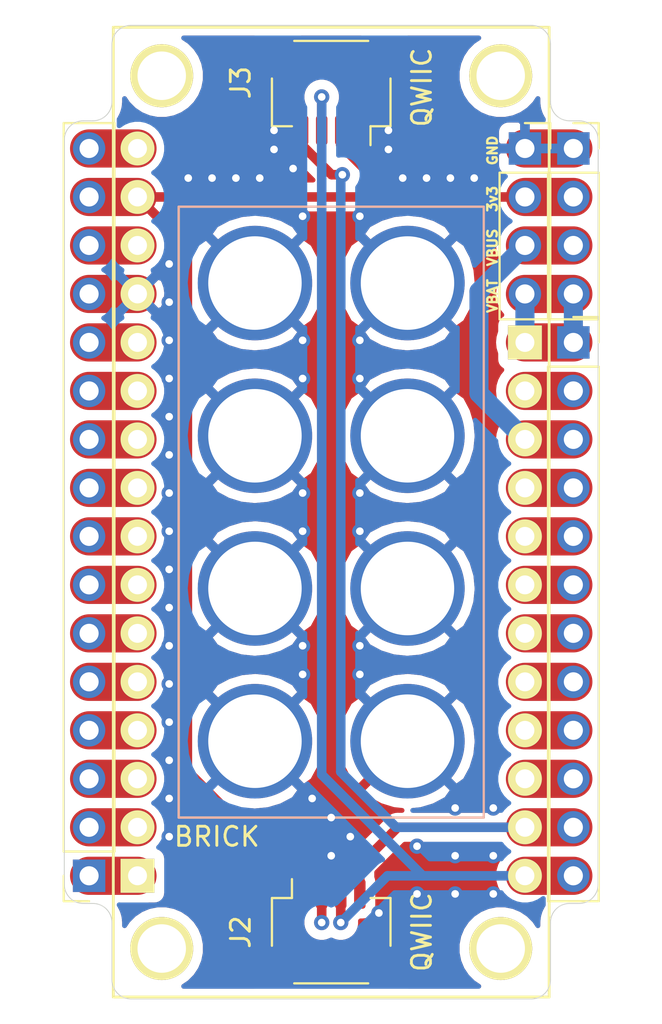
<source format=kicad_pcb>
(kicad_pcb (version 20171130) (host pcbnew 5.1.9)

  (general
    (thickness 1.6)
    (drawings 39)
    (tracks 128)
    (zones 0)
    (modules 8)
    (nets 29)
  )

  (page A4)
  (layers
    (0 F.Cu signal)
    (31 B.Cu signal)
    (32 B.Adhes user)
    (33 F.Adhes user)
    (34 B.Paste user)
    (35 F.Paste user)
    (36 B.SilkS user)
    (37 F.SilkS user)
    (38 B.Mask user)
    (39 F.Mask user)
    (40 Dwgs.User user)
    (41 Cmts.User user)
    (42 Eco1.User user)
    (43 Eco2.User user)
    (44 Edge.Cuts user)
    (45 Margin user)
    (46 B.CrtYd user)
    (47 F.CrtYd user)
    (48 B.Fab user)
    (49 F.Fab user)
  )

  (setup
    (last_trace_width 0.5)
    (user_trace_width 0.5)
    (user_trace_width 1)
    (user_trace_width 1.5)
    (user_trace_width 2)
    (trace_clearance 0.2)
    (zone_clearance 0.508)
    (zone_45_only no)
    (trace_min 0.2)
    (via_size 0.8)
    (via_drill 0.4)
    (via_min_size 0.4)
    (via_min_drill 0.3)
    (uvia_size 0.3)
    (uvia_drill 0.1)
    (uvias_allowed no)
    (uvia_min_size 0.2)
    (uvia_min_drill 0.1)
    (edge_width 0.05)
    (segment_width 0.2)
    (pcb_text_width 0.3)
    (pcb_text_size 1.5 1.5)
    (mod_edge_width 0.12)
    (mod_text_size 1 1)
    (mod_text_width 0.15)
    (pad_size 1.7 1.7)
    (pad_drill 1)
    (pad_to_mask_clearance 0)
    (aux_axis_origin 0 0)
    (visible_elements FFFFFF7F)
    (pcbplotparams
      (layerselection 0x010fc_ffffffff)
      (usegerberextensions false)
      (usegerberattributes true)
      (usegerberadvancedattributes true)
      (creategerberjobfile true)
      (excludeedgelayer true)
      (linewidth 0.100000)
      (plotframeref false)
      (viasonmask false)
      (mode 1)
      (useauxorigin false)
      (hpglpennumber 1)
      (hpglpenspeed 20)
      (hpglpendiameter 15.000000)
      (psnegative false)
      (psa4output false)
      (plotreference true)
      (plotvalue true)
      (plotinvisibletext false)
      (padsonsilk false)
      (subtractmaskfromsilk false)
      (outputformat 1)
      (mirror false)
      (drillshape 1)
      (scaleselection 1)
      (outputdirectory ""))
  )

  (net 0 "")
  (net 1 "Net-(J1-Pad16)")
  (net 2 "Net-(J1-Pad14)")
  (net 3 "Net-(J1-Pad12)")
  (net 4 "Net-(J1-Pad11)")
  (net 5 "Net-(J1-Pad10)")
  (net 6 "Net-(J1-Pad9)")
  (net 7 "Net-(J1-Pad8)")
  (net 8 "Net-(J1-Pad7)")
  (net 9 "Net-(J1-Pad6)")
  (net 10 "Net-(J1-Pad5)")
  (net 11 "Net-(J1-Pad4)")
  (net 12 "Net-(J1-Pad3)")
  (net 13 "Net-(J1-Pad2)")
  (net 14 "Net-(J1-Pad1)")
  (net 15 "Net-(J4-Pad10)")
  (net 16 "Net-(J4-Pad9)")
  (net 17 "Net-(J4-Pad8)")
  (net 18 "Net-(J4-Pad7)")
  (net 19 "Net-(J4-Pad6)")
  (net 20 "Net-(J4-Pad5)")
  (net 21 "Net-(J4-Pad4)")
  (net 22 "Net-(J4-Pad2)")
  (net 23 +3V3)
  (net 24 GND)
  (net 25 /SCL)
  (net 26 /SDA)
  (net 27 VBUS)
  (net 28 +BATT)

  (net_class Default "This is the default net class."
    (clearance 0.2)
    (trace_width 0.25)
    (via_dia 0.8)
    (via_drill 0.4)
    (uvia_dia 0.3)
    (uvia_drill 0.1)
    (add_net +3V3)
    (add_net +BATT)
    (add_net /SCL)
    (add_net /SDA)
    (add_net GND)
    (add_net "Net-(J1-Pad1)")
    (add_net "Net-(J1-Pad10)")
    (add_net "Net-(J1-Pad11)")
    (add_net "Net-(J1-Pad12)")
    (add_net "Net-(J1-Pad14)")
    (add_net "Net-(J1-Pad16)")
    (add_net "Net-(J1-Pad2)")
    (add_net "Net-(J1-Pad3)")
    (add_net "Net-(J1-Pad4)")
    (add_net "Net-(J1-Pad5)")
    (add_net "Net-(J1-Pad6)")
    (add_net "Net-(J1-Pad7)")
    (add_net "Net-(J1-Pad8)")
    (add_net "Net-(J1-Pad9)")
    (add_net "Net-(J4-Pad10)")
    (add_net "Net-(J4-Pad2)")
    (add_net "Net-(J4-Pad4)")
    (add_net "Net-(J4-Pad5)")
    (add_net "Net-(J4-Pad6)")
    (add_net "Net-(J4-Pad7)")
    (add_net "Net-(J4-Pad8)")
    (add_net "Net-(J4-Pad9)")
    (add_net VBUS)
  )

  (module Connector_PinSocket_2.54mm:PinSocket_1x04_P2.54mm_Vertical (layer F.Cu) (tedit 5A19A429) (tstamp 6001F334)
    (at 112.7 50.95)
    (descr "Through hole straight socket strip, 1x04, 2.54mm pitch, single row (from Kicad 4.0.7), script generated")
    (tags "Through hole socket strip THT 1x04 2.54mm single row")
    (path /60098A46)
    (fp_text reference J6 (at 0 -2.77) (layer F.SilkS) hide
      (effects (font (size 1 1) (thickness 0.15)))
    )
    (fp_text value Conn_01x04 (at 0 10.39) (layer F.Fab)
      (effects (font (size 1 1) (thickness 0.15)))
    )
    (fp_text user %R (at 0 3.81 90) (layer F.Fab)
      (effects (font (size 1 1) (thickness 0.15)))
    )
    (fp_line (start -1.27 -1.27) (end 0.635 -1.27) (layer F.Fab) (width 0.1))
    (fp_line (start 0.635 -1.27) (end 1.27 -0.635) (layer F.Fab) (width 0.1))
    (fp_line (start 1.27 -0.635) (end 1.27 8.89) (layer F.Fab) (width 0.1))
    (fp_line (start 1.27 8.89) (end -1.27 8.89) (layer F.Fab) (width 0.1))
    (fp_line (start -1.27 8.89) (end -1.27 -1.27) (layer F.Fab) (width 0.1))
    (fp_line (start -1.33 1.27) (end 1.33 1.27) (layer F.SilkS) (width 0.12))
    (fp_line (start -1.33 1.27) (end -1.33 8.95) (layer F.SilkS) (width 0.12))
    (fp_line (start -1.33 8.95) (end 1.33 8.95) (layer F.SilkS) (width 0.12))
    (fp_line (start 1.33 1.27) (end 1.33 8.95) (layer F.SilkS) (width 0.12))
    (fp_line (start 1.33 -1.33) (end 1.33 0) (layer F.SilkS) (width 0.12))
    (fp_line (start 0 -1.33) (end 1.33 -1.33) (layer F.SilkS) (width 0.12))
    (fp_line (start -1.8 -1.8) (end 1.75 -1.8) (layer F.CrtYd) (width 0.05))
    (fp_line (start 1.75 -1.8) (end 1.75 9.4) (layer F.CrtYd) (width 0.05))
    (fp_line (start 1.75 9.4) (end -1.8 9.4) (layer F.CrtYd) (width 0.05))
    (fp_line (start -1.8 9.4) (end -1.8 -1.8) (layer F.CrtYd) (width 0.05))
    (pad 4 thru_hole oval (at 0 7.62) (size 1.7 1.7) (drill 1) (layers *.Cu *.Mask)
      (net 28 +BATT))
    (pad 3 thru_hole oval (at 0 5.08) (size 1.7 1.7) (drill 1) (layers *.Cu *.Mask)
      (net 27 VBUS))
    (pad 2 thru_hole oval (at 0 2.54) (size 1.7 1.7) (drill 1) (layers *.Cu *.Mask)
      (net 23 +3V3))
    (pad 1 thru_hole rect (at 0 0) (size 1.7 1.7) (drill 1) (layers *.Cu *.Mask)
      (net 24 GND))
    (model ${KISYS3DMOD}/Connector_PinSocket_2.54mm.3dshapes/PinSocket_1x04_P2.54mm_Vertical.wrl
      (at (xyz 0 0 0))
      (scale (xyz 1 1 1))
      (rotate (xyz 0 0 0))
    )
  )

  (module Connector_PinSocket_2.54mm:PinSocket_1x04_P2.54mm_Vertical (layer F.Cu) (tedit 5A19A429) (tstamp 6001ED25)
    (at 110.16 50.95)
    (descr "Through hole straight socket strip, 1x04, 2.54mm pitch, single row (from Kicad 4.0.7), script generated")
    (tags "Through hole socket strip THT 1x04 2.54mm single row")
    (path /6006B2C4)
    (fp_text reference J5 (at 0 -2.77) (layer F.SilkS) hide
      (effects (font (size 1 1) (thickness 0.15)))
    )
    (fp_text value Conn_01x04 (at 0 10.39) (layer F.Fab)
      (effects (font (size 1 1) (thickness 0.15)))
    )
    (fp_text user %R (at 0 3.81 90) (layer F.Fab)
      (effects (font (size 1 1) (thickness 0.15)))
    )
    (fp_line (start -1.27 -1.27) (end 0.635 -1.27) (layer F.Fab) (width 0.1))
    (fp_line (start 0.635 -1.27) (end 1.27 -0.635) (layer F.Fab) (width 0.1))
    (fp_line (start 1.27 -0.635) (end 1.27 8.89) (layer F.Fab) (width 0.1))
    (fp_line (start 1.27 8.89) (end -1.27 8.89) (layer F.Fab) (width 0.1))
    (fp_line (start -1.27 8.89) (end -1.27 -1.27) (layer F.Fab) (width 0.1))
    (fp_line (start -1.33 1.27) (end 1.33 1.27) (layer F.SilkS) (width 0.12))
    (fp_line (start -1.33 1.27) (end -1.33 8.95) (layer F.SilkS) (width 0.12))
    (fp_line (start -1.33 8.95) (end 1.33 8.95) (layer F.SilkS) (width 0.12))
    (fp_line (start 1.33 1.27) (end 1.33 8.95) (layer F.SilkS) (width 0.12))
    (fp_line (start 1.33 -1.33) (end 1.33 0) (layer F.SilkS) (width 0.12))
    (fp_line (start 0 -1.33) (end 1.33 -1.33) (layer F.SilkS) (width 0.12))
    (fp_line (start -1.8 -1.8) (end 1.75 -1.8) (layer F.CrtYd) (width 0.05))
    (fp_line (start 1.75 -1.8) (end 1.75 9.4) (layer F.CrtYd) (width 0.05))
    (fp_line (start 1.75 9.4) (end -1.8 9.4) (layer F.CrtYd) (width 0.05))
    (fp_line (start -1.8 9.4) (end -1.8 -1.8) (layer F.CrtYd) (width 0.05))
    (pad 4 thru_hole oval (at 0 7.62) (size 1.7 1.7) (drill 1) (layers *.Cu *.Mask)
      (net 28 +BATT))
    (pad 3 thru_hole oval (at 0 5.08) (size 1.7 1.7) (drill 1) (layers *.Cu *.Mask)
      (net 27 VBUS))
    (pad 2 thru_hole oval (at 0 2.54) (size 1.7 1.7) (drill 1) (layers *.Cu *.Mask)
      (net 23 +3V3))
    (pad 1 thru_hole rect (at 0 0) (size 1.7 1.7) (drill 1) (layers *.Cu *.Mask)
      (net 24 GND))
    (model ${KISYS3DMOD}/Connector_PinSocket_2.54mm.3dshapes/PinSocket_1x04_P2.54mm_Vertical.wrl
      (at (xyz 0 0 0))
      (scale (xyz 1 1 1))
      (rotate (xyz 0 0 0))
    )
  )

  (module Modules:ADAFRUIT_FEATHER (layer F.Cu) (tedit 582D446B) (tstamp 600232E7)
    (at 100 70 270)
    (path /6001D203)
    (fp_text reference U1 (at -26.416 0) (layer F.SilkS) hide
      (effects (font (size 1 1) (thickness 0.25)))
    )
    (fp_text value ADAFRUIT_FEATHER (at -24.384 0) (layer F.Fab) hide
      (effects (font (size 1 1) (thickness 0.25)))
    )
    (fp_line (start 25.4 -11.43) (end -25.4 -11.43) (layer F.SilkS) (width 0.15))
    (fp_line (start 25.4 11.43) (end 25.4 -11.43) (layer F.SilkS) (width 0.15))
    (fp_line (start -25.4 11.43) (end 25.4 11.43) (layer F.SilkS) (width 0.15))
    (fp_line (start -25.4 -11.43) (end -25.4 11.43) (layer F.SilkS) (width 0.15))
    (pad "" thru_hole circle (at -22.86 -8.89 270) (size 3.302 3.302) (drill 2.54) (layers *.Cu *.Mask F.SilkS))
    (pad "" thru_hole circle (at -22.86 8.89 270) (size 3.302 3.302) (drill 2.54) (layers *.Cu *.Mask F.SilkS))
    (pad "" thru_hole circle (at 22.86 8.89 270) (size 3.302 3.302) (drill 2.54) (layers *.Cu *.Mask F.SilkS))
    (pad "" thru_hole circle (at 22.86 -8.89 270) (size 3.302 3.302) (drill 2.54) (layers *.Cu *.Mask F.SilkS))
    (pad 16 thru_hole circle (at -19.05 10.16 270) (size 1.778 1.778) (drill 0.9906) (layers *.Cu *.Mask F.SilkS)
      (net 1 "Net-(J1-Pad16)"))
    (pad 15 thru_hole circle (at -16.51 10.16 270) (size 1.778 1.778) (drill 0.9906) (layers *.Cu *.Mask F.SilkS)
      (net 23 +3V3))
    (pad 14 thru_hole circle (at -13.97 10.16 270) (size 1.778 1.778) (drill 0.9906) (layers *.Cu *.Mask F.SilkS)
      (net 2 "Net-(J1-Pad14)"))
    (pad 13 thru_hole circle (at -11.43 10.16 270) (size 1.778 1.778) (drill 0.9906) (layers *.Cu *.Mask F.SilkS)
      (net 24 GND))
    (pad 12 thru_hole circle (at -8.89 10.16 270) (size 1.778 1.778) (drill 0.9906) (layers *.Cu *.Mask F.SilkS)
      (net 3 "Net-(J1-Pad12)"))
    (pad 11 thru_hole circle (at -6.35 10.16 270) (size 1.778 1.778) (drill 0.9906) (layers *.Cu *.Mask F.SilkS)
      (net 4 "Net-(J1-Pad11)"))
    (pad 10 thru_hole circle (at -3.81 10.16 270) (size 1.778 1.778) (drill 0.9906) (layers *.Cu *.Mask F.SilkS)
      (net 5 "Net-(J1-Pad10)"))
    (pad 9 thru_hole circle (at -1.27 10.16 270) (size 1.778 1.778) (drill 0.9906) (layers *.Cu *.Mask F.SilkS)
      (net 6 "Net-(J1-Pad9)"))
    (pad 8 thru_hole circle (at 1.27 10.16 270) (size 1.778 1.778) (drill 0.9906) (layers *.Cu *.Mask F.SilkS)
      (net 7 "Net-(J1-Pad8)"))
    (pad 7 thru_hole circle (at 3.81 10.16 270) (size 1.778 1.778) (drill 0.9906) (layers *.Cu *.Mask F.SilkS)
      (net 8 "Net-(J1-Pad7)"))
    (pad 6 thru_hole circle (at 6.35 10.16 270) (size 1.778 1.778) (drill 0.9906) (layers *.Cu *.Mask F.SilkS)
      (net 9 "Net-(J1-Pad6)"))
    (pad 5 thru_hole circle (at 8.89 10.16 270) (size 1.778 1.778) (drill 0.9906) (layers *.Cu *.Mask F.SilkS)
      (net 10 "Net-(J1-Pad5)"))
    (pad 4 thru_hole circle (at 11.43 10.16 270) (size 1.778 1.778) (drill 0.9906) (layers *.Cu *.Mask F.SilkS)
      (net 11 "Net-(J1-Pad4)"))
    (pad 3 thru_hole circle (at 13.97 10.16 270) (size 1.778 1.778) (drill 0.9906) (layers *.Cu *.Mask F.SilkS)
      (net 12 "Net-(J1-Pad3)"))
    (pad 2 thru_hole circle (at 16.51 10.16 270) (size 1.778 1.778) (drill 0.9906) (layers *.Cu *.Mask F.SilkS)
      (net 13 "Net-(J1-Pad2)"))
    (pad 1 thru_hole rect (at 19.05 10.16 270) (size 1.778 1.778) (drill 0.9906) (layers *.Cu *.Mask F.SilkS)
      (net 14 "Net-(J1-Pad1)"))
    (pad 18 thru_hole circle (at -6.35 -10.16 270) (size 1.778 1.778) (drill 0.9906) (layers *.Cu *.Mask F.SilkS)
      (net 22 "Net-(J4-Pad2)"))
    (pad 17 thru_hole rect (at -8.89 -10.16 270) (size 1.778 1.778) (drill 0.9906) (layers *.Cu *.Mask F.SilkS)
      (net 28 +BATT))
    (pad 19 thru_hole circle (at -3.81 -10.16 270) (size 1.778 1.778) (drill 0.9906) (layers *.Cu *.Mask F.SilkS)
      (net 27 VBUS))
    (pad 20 thru_hole circle (at -1.27 -10.16 270) (size 1.778 1.778) (drill 0.9906) (layers *.Cu *.Mask F.SilkS)
      (net 21 "Net-(J4-Pad4)"))
    (pad 21 thru_hole circle (at 1.27 -10.16 270) (size 1.778 1.778) (drill 0.9906) (layers *.Cu *.Mask F.SilkS)
      (net 20 "Net-(J4-Pad5)"))
    (pad 22 thru_hole circle (at 3.81 -10.16 270) (size 1.778 1.778) (drill 0.9906) (layers *.Cu *.Mask F.SilkS)
      (net 19 "Net-(J4-Pad6)"))
    (pad 23 thru_hole circle (at 6.35 -10.16 270) (size 1.778 1.778) (drill 0.9906) (layers *.Cu *.Mask F.SilkS)
      (net 18 "Net-(J4-Pad7)"))
    (pad 24 thru_hole circle (at 8.89 -10.16 270) (size 1.778 1.778) (drill 0.9906) (layers *.Cu *.Mask F.SilkS)
      (net 17 "Net-(J4-Pad8)"))
    (pad 25 thru_hole circle (at 11.43 -10.16 270) (size 1.778 1.778) (drill 0.9906) (layers *.Cu *.Mask F.SilkS)
      (net 16 "Net-(J4-Pad9)"))
    (pad 26 thru_hole circle (at 13.97 -10.16 270) (size 1.778 1.778) (drill 0.9906) (layers *.Cu *.Mask F.SilkS)
      (net 15 "Net-(J4-Pad10)"))
    (pad 27 thru_hole circle (at 16.51 -10.16 270) (size 1.778 1.778) (drill 0.9906) (layers *.Cu *.Mask F.SilkS)
      (net 25 /SCL))
    (pad 28 thru_hole circle (at 19.05 -10.16 270) (size 1.778 1.778) (drill 0.9906) (layers *.Cu *.Mask F.SilkS)
      (net 26 /SDA))
  )

  (module brick-4_9id-6_0od:brick-2x4 (layer F.Cu) (tedit 6001CD8C) (tstamp 60023087)
    (at 96 58)
    (path /6002346E)
    (fp_text reference MH1 (at 0 -5) (layer F.SilkS) hide
      (effects (font (size 1 1) (thickness 0.15)))
    )
    (fp_text value Conn_02x04_Top_Bottom (at 4 29) (layer F.Fab)
      (effects (font (size 1 1) (thickness 0.15)))
    )
    (fp_line (start -4 28) (end -4 -4) (layer F.CrtYd) (width 0.12))
    (fp_line (start 12 28) (end -4 28) (layer F.CrtYd) (width 0.12))
    (fp_line (start 12 -4) (end 12 28) (layer F.CrtYd) (width 0.12))
    (fp_line (start -4 -4) (end 12 -4) (layer F.CrtYd) (width 0.12))
    (pad 7 thru_hole circle (at 8 16) (size 6 6) (drill 4.9) (layers *.Cu *.Mask)
      (net 24 GND))
    (pad 5 thru_hole circle (at 8 0) (size 6 6) (drill 4.9) (layers *.Cu *.Mask)
      (net 24 GND))
    (pad 8 thru_hole circle (at 8 24) (size 6 6) (drill 4.9) (layers *.Cu *.Mask)
      (net 24 GND))
    (pad 6 thru_hole circle (at 8 8) (size 6 6) (drill 4.9) (layers *.Cu *.Mask)
      (net 24 GND))
    (pad 4 thru_hole circle (at 0 24) (size 6 6) (drill 4.9) (layers *.Cu *.Mask)
      (net 24 GND))
    (pad 3 thru_hole circle (at 0 16) (size 6 6) (drill 4.9) (layers *.Cu *.Mask)
      (net 24 GND))
    (pad 2 thru_hole circle (at 0 8) (size 6 6) (drill 4.9) (layers *.Cu *.Mask)
      (net 24 GND))
    (pad 1 thru_hole circle (at 0 0) (size 6 6) (drill 4.9) (layers *.Cu *.Mask)
      (net 24 GND))
  )

  (module Connector_PinSocket_2.54mm:PinSocket_1x12_P2.54mm_Vertical (layer F.Cu) (tedit 5A19A41D) (tstamp 60023077)
    (at 112.7 61.11)
    (descr "Through hole straight socket strip, 1x12, 2.54mm pitch, single row (from Kicad 4.0.7), script generated")
    (tags "Through hole socket strip THT 1x12 2.54mm single row")
    (path /6002451C)
    (fp_text reference J4 (at 0 -2.77) (layer F.SilkS) hide
      (effects (font (size 1 1) (thickness 0.15)))
    )
    (fp_text value Conn_01x12 (at 0 30.71) (layer F.Fab)
      (effects (font (size 1 1) (thickness 0.15)))
    )
    (fp_line (start -1.8 29.7) (end -1.8 -1.8) (layer F.CrtYd) (width 0.05))
    (fp_line (start 1.75 29.7) (end -1.8 29.7) (layer F.CrtYd) (width 0.05))
    (fp_line (start 1.75 -1.8) (end 1.75 29.7) (layer F.CrtYd) (width 0.05))
    (fp_line (start -1.8 -1.8) (end 1.75 -1.8) (layer F.CrtYd) (width 0.05))
    (fp_line (start 0 -1.33) (end 1.33 -1.33) (layer F.SilkS) (width 0.12))
    (fp_line (start 1.33 -1.33) (end 1.33 0) (layer F.SilkS) (width 0.12))
    (fp_line (start 1.33 1.27) (end 1.33 29.27) (layer F.SilkS) (width 0.12))
    (fp_line (start -1.33 29.27) (end 1.33 29.27) (layer F.SilkS) (width 0.12))
    (fp_line (start -1.33 1.27) (end -1.33 29.27) (layer F.SilkS) (width 0.12))
    (fp_line (start -1.33 1.27) (end 1.33 1.27) (layer F.SilkS) (width 0.12))
    (fp_line (start -1.27 29.21) (end -1.27 -1.27) (layer F.Fab) (width 0.1))
    (fp_line (start 1.27 29.21) (end -1.27 29.21) (layer F.Fab) (width 0.1))
    (fp_line (start 1.27 -0.635) (end 1.27 29.21) (layer F.Fab) (width 0.1))
    (fp_line (start 0.635 -1.27) (end 1.27 -0.635) (layer F.Fab) (width 0.1))
    (fp_line (start -1.27 -1.27) (end 0.635 -1.27) (layer F.Fab) (width 0.1))
    (fp_text user %R (at 0 13.97 90) (layer F.Fab)
      (effects (font (size 1 1) (thickness 0.15)))
    )
    (pad 12 thru_hole oval (at 0 27.94) (size 1.7 1.7) (drill 1) (layers *.Cu *.Mask)
      (net 26 /SDA))
    (pad 11 thru_hole oval (at 0 25.4) (size 1.7 1.7) (drill 1) (layers *.Cu *.Mask)
      (net 25 /SCL))
    (pad 10 thru_hole oval (at 0 22.86) (size 1.7 1.7) (drill 1) (layers *.Cu *.Mask)
      (net 15 "Net-(J4-Pad10)"))
    (pad 9 thru_hole oval (at 0 20.32) (size 1.7 1.7) (drill 1) (layers *.Cu *.Mask)
      (net 16 "Net-(J4-Pad9)"))
    (pad 8 thru_hole oval (at 0 17.78) (size 1.7 1.7) (drill 1) (layers *.Cu *.Mask)
      (net 17 "Net-(J4-Pad8)"))
    (pad 7 thru_hole oval (at 0 15.24) (size 1.7 1.7) (drill 1) (layers *.Cu *.Mask)
      (net 18 "Net-(J4-Pad7)"))
    (pad 6 thru_hole oval (at 0 12.7) (size 1.7 1.7) (drill 1) (layers *.Cu *.Mask)
      (net 19 "Net-(J4-Pad6)"))
    (pad 5 thru_hole oval (at 0 10.16) (size 1.7 1.7) (drill 1) (layers *.Cu *.Mask)
      (net 20 "Net-(J4-Pad5)"))
    (pad 4 thru_hole oval (at 0 7.62) (size 1.7 1.7) (drill 1) (layers *.Cu *.Mask)
      (net 21 "Net-(J4-Pad4)"))
    (pad 3 thru_hole oval (at 0 5.08) (size 1.7 1.7) (drill 1) (layers *.Cu *.Mask)
      (net 27 VBUS))
    (pad 2 thru_hole oval (at 0 2.54) (size 1.7 1.7) (drill 1) (layers *.Cu *.Mask)
      (net 22 "Net-(J4-Pad2)"))
    (pad 1 thru_hole rect (at 0 0) (size 1.7 1.7) (drill 1) (layers *.Cu *.Mask)
      (net 28 +BATT))
    (model ${KISYS3DMOD}/Connector_PinSocket_2.54mm.3dshapes/PinSocket_1x12_P2.54mm_Vertical.wrl
      (at (xyz 0 0 0))
      (scale (xyz 1 1 1))
      (rotate (xyz 0 0 0))
    )
  )

  (module Connector_JST:JST_SH_SM04B-SRSS-TB_1x04-1MP_P1.00mm_Horizontal (layer F.Cu) (tedit 5B78AD87) (tstamp 60023057)
    (at 100 48 180)
    (descr "JST SH series connector, SM04B-SRSS-TB (http://www.jst-mfg.com/product/pdf/eng/eSH.pdf), generated with kicad-footprint-generator")
    (tags "connector JST SH top entry")
    (path /60021287)
    (attr smd)
    (fp_text reference J3 (at 4.75 0.5 90) (layer F.SilkS)
      (effects (font (size 1 1) (thickness 0.15)))
    )
    (fp_text value Conn_01x04_MountingPin (at 0 3.98) (layer F.Fab)
      (effects (font (size 1 1) (thickness 0.15)))
    )
    (fp_line (start -1.5 -0.967893) (end -1 -1.675) (layer F.Fab) (width 0.1))
    (fp_line (start -2 -1.675) (end -1.5 -0.967893) (layer F.Fab) (width 0.1))
    (fp_line (start 3.9 -3.28) (end -3.9 -3.28) (layer F.CrtYd) (width 0.05))
    (fp_line (start 3.9 3.28) (end 3.9 -3.28) (layer F.CrtYd) (width 0.05))
    (fp_line (start -3.9 3.28) (end 3.9 3.28) (layer F.CrtYd) (width 0.05))
    (fp_line (start -3.9 -3.28) (end -3.9 3.28) (layer F.CrtYd) (width 0.05))
    (fp_line (start 3 -1.675) (end 3 2.575) (layer F.Fab) (width 0.1))
    (fp_line (start -3 -1.675) (end -3 2.575) (layer F.Fab) (width 0.1))
    (fp_line (start -3 2.575) (end 3 2.575) (layer F.Fab) (width 0.1))
    (fp_line (start -1.94 2.685) (end 1.94 2.685) (layer F.SilkS) (width 0.12))
    (fp_line (start 3.11 -1.785) (end 2.06 -1.785) (layer F.SilkS) (width 0.12))
    (fp_line (start 3.11 0.715) (end 3.11 -1.785) (layer F.SilkS) (width 0.12))
    (fp_line (start -2.06 -1.785) (end -2.06 -2.775) (layer F.SilkS) (width 0.12))
    (fp_line (start -3.11 -1.785) (end -2.06 -1.785) (layer F.SilkS) (width 0.12))
    (fp_line (start -3.11 0.715) (end -3.11 -1.785) (layer F.SilkS) (width 0.12))
    (fp_line (start -3 -1.675) (end 3 -1.675) (layer F.Fab) (width 0.1))
    (fp_text user %R (at 0 0) (layer F.Fab)
      (effects (font (size 1 1) (thickness 0.15)))
    )
    (pad MP smd roundrect (at 2.8 1.875 180) (size 1.2 1.8) (layers F.Cu F.Paste F.Mask) (roundrect_rratio 0.208333)
      (net 24 GND))
    (pad MP smd roundrect (at -2.8 1.875 180) (size 1.2 1.8) (layers F.Cu F.Paste F.Mask) (roundrect_rratio 0.208333)
      (net 24 GND))
    (pad 4 smd roundrect (at 1.5 -2 180) (size 0.6 1.55) (layers F.Cu F.Paste F.Mask) (roundrect_rratio 0.25)
      (net 25 /SCL))
    (pad 3 smd roundrect (at 0.5 -2 180) (size 0.6 1.55) (layers F.Cu F.Paste F.Mask) (roundrect_rratio 0.25)
      (net 26 /SDA))
    (pad 2 smd roundrect (at -0.5 -2 180) (size 0.6 1.55) (layers F.Cu F.Paste F.Mask) (roundrect_rratio 0.25)
      (net 23 +3V3))
    (pad 1 smd roundrect (at -1.5 -2 180) (size 0.6 1.55) (layers F.Cu F.Paste F.Mask) (roundrect_rratio 0.25)
      (net 24 GND))
    (model ${KISYS3DMOD}/Connector_JST.3dshapes/JST_SH_SM04B-SRSS-TB_1x04-1MP_P1.00mm_Horizontal.wrl
      (at (xyz 0 0 0))
      (scale (xyz 1 1 1))
      (rotate (xyz 0 0 0))
    )
  )

  (module Connector_JST:JST_SH_SM04B-SRSS-TB_1x04-1MP_P1.00mm_Horizontal (layer F.Cu) (tedit 5B78AD87) (tstamp 6002303C)
    (at 100 92)
    (descr "JST SH series connector, SM04B-SRSS-TB (http://www.jst-mfg.com/product/pdf/eng/eSH.pdf), generated with kicad-footprint-generator")
    (tags "connector JST SH top entry")
    (path /6002288D)
    (attr smd)
    (fp_text reference J2 (at -4.75 0 90) (layer F.SilkS)
      (effects (font (size 1 1) (thickness 0.15)))
    )
    (fp_text value Conn_01x04_MountingPin (at 0 3.98) (layer F.Fab)
      (effects (font (size 1 1) (thickness 0.15)))
    )
    (fp_line (start -1.5 -0.967893) (end -1 -1.675) (layer F.Fab) (width 0.1))
    (fp_line (start -2 -1.675) (end -1.5 -0.967893) (layer F.Fab) (width 0.1))
    (fp_line (start 3.9 -3.28) (end -3.9 -3.28) (layer F.CrtYd) (width 0.05))
    (fp_line (start 3.9 3.28) (end 3.9 -3.28) (layer F.CrtYd) (width 0.05))
    (fp_line (start -3.9 3.28) (end 3.9 3.28) (layer F.CrtYd) (width 0.05))
    (fp_line (start -3.9 -3.28) (end -3.9 3.28) (layer F.CrtYd) (width 0.05))
    (fp_line (start 3 -1.675) (end 3 2.575) (layer F.Fab) (width 0.1))
    (fp_line (start -3 -1.675) (end -3 2.575) (layer F.Fab) (width 0.1))
    (fp_line (start -3 2.575) (end 3 2.575) (layer F.Fab) (width 0.1))
    (fp_line (start -1.94 2.685) (end 1.94 2.685) (layer F.SilkS) (width 0.12))
    (fp_line (start 3.11 -1.785) (end 2.06 -1.785) (layer F.SilkS) (width 0.12))
    (fp_line (start 3.11 0.715) (end 3.11 -1.785) (layer F.SilkS) (width 0.12))
    (fp_line (start -2.06 -1.785) (end -2.06 -2.775) (layer F.SilkS) (width 0.12))
    (fp_line (start -3.11 -1.785) (end -2.06 -1.785) (layer F.SilkS) (width 0.12))
    (fp_line (start -3.11 0.715) (end -3.11 -1.785) (layer F.SilkS) (width 0.12))
    (fp_line (start -3 -1.675) (end 3 -1.675) (layer F.Fab) (width 0.1))
    (fp_text user %R (at 0 0) (layer F.Fab)
      (effects (font (size 1 1) (thickness 0.15)))
    )
    (pad MP smd roundrect (at 2.8 1.875) (size 1.2 1.8) (layers F.Cu F.Paste F.Mask) (roundrect_rratio 0.208333)
      (net 24 GND))
    (pad MP smd roundrect (at -2.8 1.875) (size 1.2 1.8) (layers F.Cu F.Paste F.Mask) (roundrect_rratio 0.208333)
      (net 24 GND))
    (pad 4 smd roundrect (at 1.5 -2) (size 0.6 1.55) (layers F.Cu F.Paste F.Mask) (roundrect_rratio 0.25)
      (net 25 /SCL))
    (pad 3 smd roundrect (at 0.5 -2) (size 0.6 1.55) (layers F.Cu F.Paste F.Mask) (roundrect_rratio 0.25)
      (net 26 /SDA))
    (pad 2 smd roundrect (at -0.5 -2) (size 0.6 1.55) (layers F.Cu F.Paste F.Mask) (roundrect_rratio 0.25)
      (net 23 +3V3))
    (pad 1 smd roundrect (at -1.5 -2) (size 0.6 1.55) (layers F.Cu F.Paste F.Mask) (roundrect_rratio 0.25)
      (net 24 GND))
    (model ${KISYS3DMOD}/Connector_JST.3dshapes/JST_SH_SM04B-SRSS-TB_1x04-1MP_P1.00mm_Horizontal.wrl
      (at (xyz 0 0 0))
      (scale (xyz 1 1 1))
      (rotate (xyz 0 0 0))
    )
  )

  (module Connector_PinSocket_2.54mm:PinSocket_1x16_P2.54mm_Vertical (layer F.Cu) (tedit 5A19A41E) (tstamp 60023021)
    (at 87.3 89.05 180)
    (descr "Through hole straight socket strip, 1x16, 2.54mm pitch, single row (from Kicad 4.0.7), script generated")
    (tags "Through hole socket strip THT 1x16 2.54mm single row")
    (path /60026FD8)
    (fp_text reference J1 (at 0 -2.77) (layer F.SilkS) hide
      (effects (font (size 1 1) (thickness 0.15)))
    )
    (fp_text value Conn_01x16 (at 0 40.87) (layer F.Fab)
      (effects (font (size 1 1) (thickness 0.15)))
    )
    (fp_line (start -1.8 39.9) (end -1.8 -1.8) (layer F.CrtYd) (width 0.05))
    (fp_line (start 1.75 39.9) (end -1.8 39.9) (layer F.CrtYd) (width 0.05))
    (fp_line (start 1.75 -1.8) (end 1.75 39.9) (layer F.CrtYd) (width 0.05))
    (fp_line (start -1.8 -1.8) (end 1.75 -1.8) (layer F.CrtYd) (width 0.05))
    (fp_line (start 0 -1.33) (end 1.33 -1.33) (layer F.SilkS) (width 0.12))
    (fp_line (start 1.33 -1.33) (end 1.33 0) (layer F.SilkS) (width 0.12))
    (fp_line (start 1.33 1.27) (end 1.33 39.43) (layer F.SilkS) (width 0.12))
    (fp_line (start -1.33 39.43) (end 1.33 39.43) (layer F.SilkS) (width 0.12))
    (fp_line (start -1.33 1.27) (end -1.33 39.43) (layer F.SilkS) (width 0.12))
    (fp_line (start -1.33 1.27) (end 1.33 1.27) (layer F.SilkS) (width 0.12))
    (fp_line (start -1.27 39.37) (end -1.27 -1.27) (layer F.Fab) (width 0.1))
    (fp_line (start 1.27 39.37) (end -1.27 39.37) (layer F.Fab) (width 0.1))
    (fp_line (start 1.27 -0.635) (end 1.27 39.37) (layer F.Fab) (width 0.1))
    (fp_line (start 0.635 -1.27) (end 1.27 -0.635) (layer F.Fab) (width 0.1))
    (fp_line (start -1.27 -1.27) (end 0.635 -1.27) (layer F.Fab) (width 0.1))
    (fp_text user %R (at 0 19.05 90) (layer F.Fab)
      (effects (font (size 1 1) (thickness 0.15)))
    )
    (pad 16 thru_hole oval (at 0 38.1 180) (size 1.7 1.7) (drill 1) (layers *.Cu *.Mask)
      (net 1 "Net-(J1-Pad16)"))
    (pad 15 thru_hole oval (at 0 35.56 180) (size 1.7 1.7) (drill 1) (layers *.Cu *.Mask)
      (net 23 +3V3))
    (pad 14 thru_hole oval (at 0 33.02 180) (size 1.7 1.7) (drill 1) (layers *.Cu *.Mask)
      (net 2 "Net-(J1-Pad14)"))
    (pad 13 thru_hole oval (at 0 30.48 180) (size 1.7 1.7) (drill 1) (layers *.Cu *.Mask)
      (net 24 GND))
    (pad 12 thru_hole oval (at 0 27.94 180) (size 1.7 1.7) (drill 1) (layers *.Cu *.Mask)
      (net 3 "Net-(J1-Pad12)"))
    (pad 11 thru_hole oval (at 0 25.4 180) (size 1.7 1.7) (drill 1) (layers *.Cu *.Mask)
      (net 4 "Net-(J1-Pad11)"))
    (pad 10 thru_hole oval (at 0 22.86 180) (size 1.7 1.7) (drill 1) (layers *.Cu *.Mask)
      (net 5 "Net-(J1-Pad10)"))
    (pad 9 thru_hole oval (at 0 20.32 180) (size 1.7 1.7) (drill 1) (layers *.Cu *.Mask)
      (net 6 "Net-(J1-Pad9)"))
    (pad 8 thru_hole oval (at 0 17.78 180) (size 1.7 1.7) (drill 1) (layers *.Cu *.Mask)
      (net 7 "Net-(J1-Pad8)"))
    (pad 7 thru_hole oval (at 0 15.24 180) (size 1.7 1.7) (drill 1) (layers *.Cu *.Mask)
      (net 8 "Net-(J1-Pad7)"))
    (pad 6 thru_hole oval (at 0 12.7 180) (size 1.7 1.7) (drill 1) (layers *.Cu *.Mask)
      (net 9 "Net-(J1-Pad6)"))
    (pad 5 thru_hole oval (at 0 10.16 180) (size 1.7 1.7) (drill 1) (layers *.Cu *.Mask)
      (net 10 "Net-(J1-Pad5)"))
    (pad 4 thru_hole oval (at 0 7.62 180) (size 1.7 1.7) (drill 1) (layers *.Cu *.Mask)
      (net 11 "Net-(J1-Pad4)"))
    (pad 3 thru_hole oval (at 0 5.08 180) (size 1.7 1.7) (drill 1) (layers *.Cu *.Mask)
      (net 12 "Net-(J1-Pad3)"))
    (pad 2 thru_hole oval (at 0 2.54 180) (size 1.7 1.7) (drill 1) (layers *.Cu *.Mask)
      (net 13 "Net-(J1-Pad2)"))
    (pad 1 thru_hole rect (at 0 0 180) (size 1.7 1.7) (drill 1) (layers *.Cu *.Mask)
      (net 14 "Net-(J1-Pad1)"))
    (model ${KISYS3DMOD}/Connector_PinSocket_2.54mm.3dshapes/PinSocket_1x16_P2.54mm_Vertical.wrl
      (at (xyz 0 0 0))
      (scale (xyz 1 1 1))
      (rotate (xyz 0 0 0))
    )
  )

  (gr_text GND (at 108.458 51.054 90) (layer F.SilkS)
    (effects (font (size 0.5 0.5) (thickness 0.125)))
  )
  (gr_text 3v3 (at 108.458 53.594 90) (layer F.SilkS)
    (effects (font (size 0.5 0.5) (thickness 0.125)))
  )
  (gr_text VBUS (at 108.458 56.134 90) (layer F.SilkS)
    (effects (font (size 0.5 0.5) (thickness 0.125)))
  )
  (gr_text VBAT (at 108.458 58.674 90) (layer F.SilkS)
    (effects (font (size 0.5 0.5) (thickness 0.125)))
  )
  (gr_text BRICK (at 94 87) (layer F.SilkS)
    (effects (font (size 1 1) (thickness 0.15)))
  )
  (gr_text QWIIC (at 104.75 92 90) (layer F.SilkS) (tstamp 600205EF)
    (effects (font (size 1 1) (thickness 0.15)))
  )
  (gr_text QWIIC (at 104.75 47.75 90) (layer F.SilkS)
    (effects (font (size 1 1) (thickness 0.15)))
  )
  (gr_line (start 108 54) (end 92 54) (layer B.SilkS) (width 0.12) (tstamp 60020486))
  (gr_line (start 108 86) (end 108 54) (layer B.SilkS) (width 0.12))
  (gr_line (start 92 86) (end 108 86) (layer B.SilkS) (width 0.12))
  (gr_line (start 92 54) (end 92 86) (layer B.SilkS) (width 0.12))
  (gr_line (start 92 86) (end 92 54) (layer F.SilkS) (width 0.12) (tstamp 60020485))
  (gr_line (start 108 86) (end 92 86) (layer F.SilkS) (width 0.12))
  (gr_line (start 108 54) (end 108 86) (layer F.SilkS) (width 0.12))
  (gr_line (start 92 54) (end 108 54) (layer F.SilkS) (width 0.12))
  (gr_arc (start 87.5 48.5) (end 87.5 49.5) (angle -90) (layer Edge.Cuts) (width 0.05) (tstamp 6002379A))
  (gr_arc (start 87 50.5) (end 87 49.5) (angle -90) (layer Edge.Cuts) (width 0.05) (tstamp 6002379A))
  (gr_arc (start 87 89.5) (end 86 89.5) (angle -90) (layer Edge.Cuts) (width 0.05) (tstamp 6002379A))
  (gr_arc (start 87.5 91.5) (end 88.5 91.5) (angle -90) (layer Edge.Cuts) (width 0.05) (tstamp 6002379A))
  (gr_arc (start 89.5 94.5) (end 88.5 94.5) (angle -90) (layer Edge.Cuts) (width 0.05) (tstamp 6002379A))
  (gr_arc (start 110.5 94.5) (end 110.5 95.5) (angle -90) (layer Edge.Cuts) (width 0.05) (tstamp 6002379A))
  (gr_arc (start 112.5 91.5) (end 112.5 90.5) (angle -90) (layer Edge.Cuts) (width 0.05) (tstamp 6002379A))
  (gr_arc (start 113 89.5) (end 113 90.5) (angle -90) (layer Edge.Cuts) (width 0.05) (tstamp 6002379A))
  (gr_arc (start 113 50.5) (end 114 50.5) (angle -90) (layer Edge.Cuts) (width 0.05) (tstamp 6002379A))
  (gr_arc (start 112.5 48.5) (end 111.5 48.5) (angle -90) (layer Edge.Cuts) (width 0.05) (tstamp 6002379A))
  (gr_arc (start 110.5 45.5) (end 111.5 45.5) (angle -90) (layer Edge.Cuts) (width 0.05) (tstamp 6002379A))
  (gr_arc (start 89.5 45.5) (end 89.5 44.5) (angle -90) (layer Edge.Cuts) (width 0.05))
  (gr_line (start 88.5 48.5) (end 88.5 45.5) (layer Edge.Cuts) (width 0.05) (tstamp 60023796))
  (gr_line (start 87 49.5) (end 87.5 49.5) (layer Edge.Cuts) (width 0.05))
  (gr_line (start 86 89.5) (end 86 50.5) (layer Edge.Cuts) (width 0.05))
  (gr_line (start 87.5 90.5) (end 87 90.5) (layer Edge.Cuts) (width 0.05))
  (gr_line (start 88.5 94.5) (end 88.5 91.5) (layer Edge.Cuts) (width 0.05))
  (gr_line (start 110.5 95.5) (end 89.5 95.5) (layer Edge.Cuts) (width 0.05))
  (gr_line (start 111.5 91.5) (end 111.5 94.5) (layer Edge.Cuts) (width 0.05))
  (gr_line (start 113 90.5) (end 112.5 90.5) (layer Edge.Cuts) (width 0.05))
  (gr_line (start 114 50.5) (end 114 89.5) (layer Edge.Cuts) (width 0.05))
  (gr_line (start 112.5 49.5) (end 113 49.5) (layer Edge.Cuts) (width 0.05))
  (gr_line (start 111.5 45.5) (end 111.5 48.5) (layer Edge.Cuts) (width 0.05))
  (gr_line (start 89.5 44.5) (end 110.5 44.5) (layer Edge.Cuts) (width 0.05))

  (segment (start 89.84 50.95) (end 87.3 50.95) (width 2) (layer F.Cu) (net 1))
  (segment (start 89.84 56.03) (end 87.3 56.03) (width 2) (layer F.Cu) (net 2))
  (segment (start 89.84 61.11) (end 87.3 61.11) (width 2) (layer F.Cu) (net 3))
  (segment (start 89.84 63.65) (end 87.3 63.65) (width 2) (layer F.Cu) (net 4))
  (segment (start 89.84 66.19) (end 87.3 66.19) (width 2) (layer F.Cu) (net 5))
  (segment (start 89.84 68.73) (end 87.3 68.73) (width 2) (layer F.Cu) (net 6))
  (segment (start 89.84 71.27) (end 87.3 71.27) (width 2) (layer F.Cu) (net 7))
  (segment (start 89.84 73.81) (end 87.3 73.81) (width 2) (layer F.Cu) (net 8))
  (segment (start 89.84 76.35) (end 87.3 76.35) (width 2) (layer F.Cu) (net 9))
  (segment (start 89.84 78.89) (end 87.3 78.89) (width 2) (layer F.Cu) (net 10))
  (segment (start 89.84 81.43) (end 87.3 81.43) (width 2) (layer F.Cu) (net 11))
  (segment (start 89.84 83.97) (end 87.3 83.97) (width 2) (layer F.Cu) (net 12))
  (segment (start 89.84 86.51) (end 87.3 86.51) (width 2) (layer F.Cu) (net 13))
  (segment (start 89.84 89.05) (end 87.3 89.05) (width 2) (layer F.Cu) (net 14))
  (segment (start 110.16 83.97) (end 112.7 83.97) (width 2) (layer F.Cu) (net 15))
  (segment (start 110.16 81.43) (end 112.7 81.43) (width 2) (layer F.Cu) (net 16))
  (segment (start 110.16 78.89) (end 112.7 78.89) (width 2) (layer F.Cu) (net 17))
  (segment (start 110.16 76.35) (end 112.7 76.35) (width 2) (layer F.Cu) (net 18))
  (segment (start 110.16 73.81) (end 112.7 73.81) (width 2) (layer F.Cu) (net 19))
  (segment (start 110.16 71.27) (end 112.7 71.27) (width 2) (layer F.Cu) (net 20))
  (segment (start 110.16 68.73) (end 112.7 68.73) (width 2) (layer F.Cu) (net 21))
  (segment (start 110.16 66.19) (end 112.7 66.19) (width 2) (layer F.Cu) (net 27))
  (segment (start 110.16 63.65) (end 112.7 63.65) (width 2) (layer F.Cu) (net 22))
  (segment (start 110.16 61.11) (end 112.7 61.11) (width 2) (layer F.Cu) (net 28))
  (segment (start 89.84 53.49) (end 87.3 53.49) (width 2) (layer F.Cu) (net 23))
  (via (at 99.5 91.5) (size 0.8) (drill 0.4) (layers F.Cu B.Cu) (net 23))
  (segment (start 99.5 90) (end 99.5 91.5) (width 0.5) (layer F.Cu) (net 23))
  (segment (start 110.16 50.95) (end 112.7 50.95) (width 2) (layer F.Cu) (net 24))
  (segment (start 89.84 58.57) (end 87.3 58.57) (width 2) (layer F.Cu) (net 24))
  (segment (start 110.16 58.57) (end 112.7 58.57) (width 2) (layer F.Cu) (net 28))
  (segment (start 110.16 86.51) (end 112.7 86.51) (width 2) (layer F.Cu) (net 25))
  (segment (start 103.403998 86.51) (end 100.5 83.606002) (width 0.5) (layer B.Cu) (net 25))
  (segment (start 110.16 86.51) (end 103.403998 86.51) (width 0.5) (layer B.Cu) (net 25))
  (segment (start 100.5 83.606002) (end 100.5 54) (width 0.5) (layer B.Cu) (net 25))
  (segment (start 110.16 86.51) (end 103.49 86.51) (width 0.5) (layer F.Cu) (net 25))
  (segment (start 101.5 88.5) (end 101.5 90) (width 0.5) (layer F.Cu) (net 25))
  (segment (start 103.49 86.51) (end 101.5 88.5) (width 0.5) (layer F.Cu) (net 25))
  (segment (start 110.16 89.05) (end 112.7 89.05) (width 2) (layer F.Cu) (net 26))
  (segment (start 110.16 89.05) (end 104.8 89.05) (width 0.5) (layer B.Cu) (net 26))
  (segment (start 104.8 89.05) (end 99.5 83.75) (width 0.5) (layer B.Cu) (net 26))
  (segment (start 99.5 83.75) (end 99.5 54) (width 0.5) (layer B.Cu) (net 26))
  (via (at 100.5 91.5) (size 0.8) (drill 0.4) (layers F.Cu B.Cu) (net 26))
  (segment (start 102.95 89.05) (end 100.5 91.5) (width 0.5) (layer B.Cu) (net 26))
  (segment (start 104.8 89.05) (end 102.95 89.05) (width 0.5) (layer B.Cu) (net 26))
  (segment (start 100.5 91.5) (end 100.5 90) (width 0.5) (layer F.Cu) (net 26))
  (segment (start 110.16 56.03) (end 112.7 56.03) (width 2) (layer F.Cu) (net 27))
  (segment (start 110.16 53.49) (end 112.7 53.49) (width 2) (layer F.Cu) (net 23))
  (segment (start 103.403998 53.49) (end 110.16 53.49) (width 0.5) (layer F.Cu) (net 23))
  (segment (start 89.84 53.49) (end 103.403998 53.49) (width 0.5) (layer F.Cu) (net 23))
  (segment (start 103.215 53.49) (end 103.403998 53.49) (width 0.5) (layer F.Cu) (net 23))
  (segment (start 100.5 50.775) (end 103.215 53.49) (width 0.5) (layer F.Cu) (net 23))
  (segment (start 100.5 50) (end 100.5 50.775) (width 0.5) (layer F.Cu) (net 23))
  (segment (start 95.504 86.610002) (end 96.885002 86.610002) (width 0.5) (layer F.Cu) (net 23))
  (segment (start 92.456 83.562002) (end 95.504 86.610002) (width 0.5) (layer F.Cu) (net 23))
  (segment (start 99.5 89.225) (end 99.5 90) (width 0.5) (layer F.Cu) (net 23))
  (segment (start 96.885002 86.610002) (end 99.5 89.225) (width 0.5) (layer F.Cu) (net 23))
  (segment (start 92.456 56.106) (end 92.456 83.562002) (width 0.5) (layer F.Cu) (net 23))
  (segment (start 89.84 53.49) (end 92.456 56.106) (width 0.5) (layer F.Cu) (net 23))
  (via (at 92.5 52.5) (size 0.8) (drill 0.4) (layers F.Cu B.Cu) (net 24))
  (via (at 95 52.5) (size 0.8) (drill 0.4) (layers F.Cu B.Cu) (net 24))
  (via (at 105 52.5) (size 0.8) (drill 0.4) (layers F.Cu B.Cu) (net 24))
  (via (at 107.5 52.5) (size 0.8) (drill 0.4) (layers F.Cu B.Cu) (net 24))
  (via (at 93.75 52.5) (size 0.8) (drill 0.4) (layers F.Cu B.Cu) (net 24))
  (via (at 106.25 52.5) (size 0.8) (drill 0.4) (layers F.Cu B.Cu) (net 24))
  (via (at 98.5 77) (size 0.8) (drill 0.4) (layers F.Cu B.Cu) (net 24))
  (via (at 101.5 77) (size 0.8) (drill 0.4) (layers F.Cu B.Cu) (net 24))
  (via (at 96.25 52.5) (size 0.8) (drill 0.4) (layers F.Cu B.Cu) (net 24))
  (via (at 103.75 52.5) (size 0.8) (drill 0.4) (layers F.Cu B.Cu) (net 24))
  (via (at 91.5 87) (size 0.8) (drill 0.4) (layers F.Cu B.Cu) (net 24))
  (via (at 91.5 85) (size 0.8) (drill 0.4) (layers F.Cu B.Cu) (net 24))
  (via (at 91.5 83) (size 0.8) (drill 0.4) (layers F.Cu B.Cu) (net 24))
  (via (at 91.5 81) (size 0.8) (drill 0.4) (layers F.Cu B.Cu) (net 24))
  (via (at 91.5 79) (size 0.8) (drill 0.4) (layers F.Cu B.Cu) (net 24))
  (via (at 91.5 77) (size 0.8) (drill 0.4) (layers F.Cu B.Cu) (net 24))
  (via (at 91.5 75) (size 0.8) (drill 0.4) (layers F.Cu B.Cu) (net 24))
  (via (at 91.5 73) (size 0.8) (drill 0.4) (layers F.Cu B.Cu) (net 24))
  (via (at 91.5 71) (size 0.8) (drill 0.4) (layers F.Cu B.Cu) (net 24))
  (via (at 91.5 69) (size 0.8) (drill 0.4) (layers F.Cu B.Cu) (net 24))
  (via (at 91.5 67) (size 0.8) (drill 0.4) (layers F.Cu B.Cu) (net 24))
  (via (at 91.5 65) (size 0.8) (drill 0.4) (layers F.Cu B.Cu) (net 24))
  (via (at 91.5 63) (size 0.8) (drill 0.4) (layers F.Cu B.Cu) (net 24))
  (via (at 91.5 61) (size 0.8) (drill 0.4) (layers F.Cu B.Cu) (net 24))
  (via (at 91.5 59) (size 0.8) (drill 0.4) (layers F.Cu B.Cu) (net 24))
  (via (at 91.5 57) (size 0.8) (drill 0.4) (layers F.Cu B.Cu) (net 24))
  (via (at 108.5 85.5) (size 0.8) (drill 0.4) (layers F.Cu B.Cu) (net 24))
  (via (at 106.5 85.5) (size 0.8) (drill 0.4) (layers F.Cu B.Cu) (net 24))
  (via (at 108.5 88) (size 0.8) (drill 0.4) (layers F.Cu B.Cu) (net 24))
  (via (at 106.5 88) (size 0.8) (drill 0.4) (layers F.Cu B.Cu) (net 24))
  (via (at 104.5 87.5) (size 0.8) (drill 0.4) (layers F.Cu B.Cu) (net 24))
  (via (at 108.5 90) (size 0.8) (drill 0.4) (layers F.Cu B.Cu) (net 24))
  (via (at 106.5 90) (size 0.8) (drill 0.4) (layers F.Cu B.Cu) (net 24))
  (via (at 104.5 90) (size 0.8) (drill 0.4) (layers F.Cu B.Cu) (net 24))
  (via (at 102.5 91) (size 0.8) (drill 0.4) (layers F.Cu B.Cu) (net 24))
  (via (at 101 87) (size 0.8) (drill 0.4) (layers F.Cu B.Cu) (net 24))
  (via (at 100 86) (size 0.8) (drill 0.4) (layers F.Cu B.Cu) (net 24))
  (via (at 98.5 54.5) (size 0.8) (drill 0.4) (layers F.Cu B.Cu) (net 24))
  (via (at 101.5 54.5) (size 0.8) (drill 0.4) (layers F.Cu B.Cu) (net 24))
  (via (at 98 52) (size 0.8) (drill 0.4) (layers F.Cu B.Cu) (net 24))
  (via (at 97 51) (size 0.8) (drill 0.4) (layers F.Cu B.Cu) (net 24))
  (via (at 97 50) (size 0.8) (drill 0.4) (layers F.Cu B.Cu) (net 24))
  (via (at 103 51) (size 0.8) (drill 0.4) (layers F.Cu B.Cu) (net 24))
  (via (at 103 50) (size 0.8) (drill 0.4) (layers F.Cu B.Cu) (net 24))
  (via (at 99 85) (size 0.8) (drill 0.4) (layers F.Cu B.Cu) (net 24))
  (via (at 98.5 78.5) (size 0.8) (drill 0.4) (layers F.Cu B.Cu) (net 24))
  (via (at 101.5 78.5) (size 0.8) (drill 0.4) (layers F.Cu B.Cu) (net 24))
  (via (at 98.5 69) (size 0.8) (drill 0.4) (layers F.Cu B.Cu) (net 24))
  (via (at 98.5 71) (size 0.8) (drill 0.4) (layers F.Cu B.Cu) (net 24))
  (via (at 101.5 69) (size 0.8) (drill 0.4) (layers F.Cu B.Cu) (net 24))
  (via (at 101.5 71) (size 0.8) (drill 0.4) (layers F.Cu B.Cu) (net 24))
  (via (at 98.5 61) (size 0.8) (drill 0.4) (layers F.Cu B.Cu) (net 24))
  (via (at 98.5 63) (size 0.8) (drill 0.4) (layers F.Cu B.Cu) (net 24))
  (via (at 101.5 61) (size 0.8) (drill 0.4) (layers F.Cu B.Cu) (net 24))
  (via (at 101.5 63) (size 0.8) (drill 0.4) (layers F.Cu B.Cu) (net 24))
  (via (at 100 88) (size 0.8) (drill 0.4) (layers F.Cu B.Cu) (net 24))
  (segment (start 100.5 52.408) (end 100.584 52.324) (width 0.5) (layer B.Cu) (net 25))
  (via (at 100.584 52.324) (size 0.8) (drill 0.4) (layers F.Cu B.Cu) (net 25))
  (segment (start 100.5 54) (end 100.5 52.408) (width 0.5) (layer B.Cu) (net 25))
  (segment (start 100.018315 52.324) (end 98.5 50.805685) (width 0.5) (layer F.Cu) (net 25))
  (segment (start 98.5 50.805685) (end 98.5 50) (width 0.5) (layer F.Cu) (net 25))
  (segment (start 100.584 52.324) (end 100.018315 52.324) (width 0.5) (layer F.Cu) (net 25))
  (via (at 99.5 48.25) (size 0.8) (drill 0.4) (layers F.Cu B.Cu) (net 26))
  (segment (start 99.5 54) (end 99.5 48.25) (width 0.5) (layer B.Cu) (net 26))
  (segment (start 99.5 48.25) (end 99.5 50) (width 0.5) (layer F.Cu) (net 26))
  (segment (start 110.16 56.03) (end 107.75 58.44) (width 1) (layer B.Cu) (net 27))
  (segment (start 107.75 63.78) (end 110.16 66.19) (width 1) (layer B.Cu) (net 27))
  (segment (start 107.75 58.44) (end 107.75 63.78) (width 1) (layer B.Cu) (net 27))
  (segment (start 110.16 58.57) (end 110.16 61.11) (width 1) (layer B.Cu) (net 28))
  (segment (start 112.7 58.57) (end 112.7 61.11) (width 1) (layer B.Cu) (net 28))

  (zone (net 24) (net_name GND) (layer F.Cu) (tstamp 0) (hatch edge 0.508)
    (connect_pads (clearance 0.508))
    (min_thickness 0.254)
    (fill yes (arc_segments 32) (thermal_gap 0.508) (thermal_bridge_width 0.508))
    (polygon
      (pts
        (xy 111.25 49.75) (xy 113.75 49.75) (xy 113.75 90.25) (xy 111.25 90.25) (xy 111.25 95.25)
        (xy 88.75 95.25) (xy 88.75 90.25) (xy 86.25 90.25) (xy 86.25 49.75) (xy 88.75 49.75)
        (xy 88.75 44.75) (xy 111.25 44.75)
      )
    )
    (filled_polygon
      (pts
        (xy 91.571 56.472579) (xy 91.571001 83.518523) (xy 91.566719 83.562002) (xy 91.583805 83.735492) (xy 91.634412 83.902315)
        (xy 91.71659 84.056061) (xy 91.799468 84.157048) (xy 91.799471 84.157051) (xy 91.827184 84.190819) (xy 91.860951 84.218531)
        (xy 94.84747 87.205051) (xy 94.875183 87.238819) (xy 94.908951 87.266532) (xy 94.908953 87.266534) (xy 94.939555 87.291648)
        (xy 95.009941 87.349413) (xy 95.163687 87.431591) (xy 95.246235 87.456632) (xy 95.330509 87.482197) (xy 95.345306 87.483654)
        (xy 95.460523 87.495002) (xy 95.460531 87.495002) (xy 95.504 87.499283) (xy 95.547469 87.495002) (xy 96.518424 87.495002)
        (xy 97.77541 88.751989) (xy 97.748815 88.773815) (xy 97.669463 88.870506) (xy 97.610498 88.98082) (xy 97.574188 89.100518)
        (xy 97.561928 89.225) (xy 97.565 89.71425) (xy 97.72375 89.873) (xy 98.373 89.873) (xy 98.373 89.853)
        (xy 98.561928 89.853) (xy 98.561928 90.147) (xy 98.373 90.147) (xy 98.373 90.127) (xy 97.72375 90.127)
        (xy 97.565 90.28575) (xy 97.561928 90.775) (xy 97.574188 90.899482) (xy 97.610498 91.01918) (xy 97.669463 91.129494)
        (xy 97.748815 91.226185) (xy 97.845506 91.305537) (xy 97.95582 91.364502) (xy 98.075518 91.400812) (xy 98.2 91.413072)
        (xy 98.21425 91.41) (xy 98.372998 91.251252) (xy 98.372998 91.41) (xy 98.465 91.41) (xy 98.465 91.601939)
        (xy 98.504774 91.801898) (xy 98.582795 91.990256) (xy 98.696063 92.159774) (xy 98.840226 92.303937) (xy 99.009744 92.417205)
        (xy 99.198102 92.495226) (xy 99.398061 92.535) (xy 99.601939 92.535) (xy 99.801898 92.495226) (xy 99.990256 92.417205)
        (xy 100 92.410694) (xy 100.009744 92.417205) (xy 100.198102 92.495226) (xy 100.398061 92.535) (xy 100.601939 92.535)
        (xy 100.801898 92.495226) (xy 100.990256 92.417205) (xy 101.159774 92.303937) (xy 101.303937 92.159774) (xy 101.417205 91.990256)
        (xy 101.495226 91.801898) (xy 101.535 91.601939) (xy 101.535 91.413072) (xy 101.65 91.413072) (xy 101.803745 91.397929)
        (xy 101.951582 91.353084) (xy 102.087829 91.280258) (xy 102.207251 91.182251) (xy 102.305258 91.062829) (xy 102.378084 90.926582)
        (xy 102.422929 90.778745) (xy 102.438072 90.625) (xy 102.438072 89.375) (xy 102.422929 89.221255) (xy 102.385 89.096217)
        (xy 102.385 88.866578) (xy 103.856579 87.395) (xy 108.779135 87.395) (xy 108.793969 87.422752) (xy 108.998286 87.671714)
        (xy 109.130233 87.78) (xy 108.998286 87.888286) (xy 108.793969 88.137248) (xy 108.642148 88.421285) (xy 108.548657 88.729484)
        (xy 108.517089 89.05) (xy 108.548657 89.370516) (xy 108.642148 89.678715) (xy 108.793969 89.962752) (xy 108.998286 90.211714)
        (xy 109.247248 90.416031) (xy 109.531285 90.567852) (xy 109.839484 90.661343) (xy 110.079678 90.685) (xy 111.058682 90.685)
        (xy 110.992708 90.809079) (xy 110.969909 90.864394) (xy 110.946348 90.919366) (xy 110.943623 90.928169) (xy 110.887214 91.115005)
        (xy 110.875594 91.173693) (xy 110.863158 91.232196) (xy 110.862195 91.241361) (xy 110.84315 91.435595) (xy 110.84 91.467582)
        (xy 110.84 91.66369) (xy 110.665652 91.40276) (xy 110.34724 91.084348) (xy 109.972827 90.834173) (xy 109.556802 90.66185)
        (xy 109.115151 90.574) (xy 108.664849 90.574) (xy 108.223198 90.66185) (xy 107.807173 90.834173) (xy 107.43276 91.084348)
        (xy 107.114348 91.40276) (xy 106.864173 91.777173) (xy 106.69185 92.193198) (xy 106.604 92.634849) (xy 106.604 93.085151)
        (xy 106.69185 93.526802) (xy 106.864173 93.942827) (xy 107.114348 94.31724) (xy 107.43276 94.635652) (xy 107.738588 94.84)
        (xy 104.03167 94.84) (xy 104.038072 94.775) (xy 104.035 94.16075) (xy 103.87625 94.002) (xy 102.927 94.002)
        (xy 102.927 94.022) (xy 102.673 94.022) (xy 102.673 94.002) (xy 101.72375 94.002) (xy 101.565 94.16075)
        (xy 101.561928 94.775) (xy 101.56833 94.84) (xy 98.43167 94.84) (xy 98.438072 94.775) (xy 98.435 94.16075)
        (xy 98.27625 94.002) (xy 97.327 94.002) (xy 97.327 94.022) (xy 97.073 94.022) (xy 97.073 94.002)
        (xy 96.12375 94.002) (xy 95.965 94.16075) (xy 95.961928 94.775) (xy 95.96833 94.84) (xy 92.261412 94.84)
        (xy 92.56724 94.635652) (xy 92.885652 94.31724) (xy 93.135827 93.942827) (xy 93.30815 93.526802) (xy 93.396 93.085151)
        (xy 93.396 92.975) (xy 95.961928 92.975) (xy 95.965 93.58925) (xy 96.12375 93.748) (xy 97.073 93.748)
        (xy 97.073 92.49875) (xy 97.327 92.49875) (xy 97.327 93.748) (xy 98.27625 93.748) (xy 98.435 93.58925)
        (xy 98.438072 92.975) (xy 101.561928 92.975) (xy 101.565 93.58925) (xy 101.72375 93.748) (xy 102.673 93.748)
        (xy 102.673 92.49875) (xy 102.927 92.49875) (xy 102.927 93.748) (xy 103.87625 93.748) (xy 104.035 93.58925)
        (xy 104.038072 92.975) (xy 104.025812 92.850518) (xy 103.989502 92.73082) (xy 103.930537 92.620506) (xy 103.851185 92.523815)
        (xy 103.754494 92.444463) (xy 103.64418 92.385498) (xy 103.524482 92.349188) (xy 103.4 92.336928) (xy 103.08575 92.34)
        (xy 102.927 92.49875) (xy 102.673 92.49875) (xy 102.51425 92.34) (xy 102.2 92.336928) (xy 102.075518 92.349188)
        (xy 101.95582 92.385498) (xy 101.845506 92.444463) (xy 101.748815 92.523815) (xy 101.669463 92.620506) (xy 101.610498 92.73082)
        (xy 101.574188 92.850518) (xy 101.561928 92.975) (xy 98.438072 92.975) (xy 98.425812 92.850518) (xy 98.389502 92.73082)
        (xy 98.330537 92.620506) (xy 98.251185 92.523815) (xy 98.154494 92.444463) (xy 98.04418 92.385498) (xy 97.924482 92.349188)
        (xy 97.8 92.336928) (xy 97.48575 92.34) (xy 97.327 92.49875) (xy 97.073 92.49875) (xy 96.91425 92.34)
        (xy 96.6 92.336928) (xy 96.475518 92.349188) (xy 96.35582 92.385498) (xy 96.245506 92.444463) (xy 96.148815 92.523815)
        (xy 96.069463 92.620506) (xy 96.010498 92.73082) (xy 95.974188 92.850518) (xy 95.961928 92.975) (xy 93.396 92.975)
        (xy 93.396 92.634849) (xy 93.30815 92.193198) (xy 93.135827 91.777173) (xy 92.885652 91.40276) (xy 92.56724 91.084348)
        (xy 92.192827 90.834173) (xy 91.776802 90.66185) (xy 91.335151 90.574) (xy 90.884849 90.574) (xy 90.443198 90.66185)
        (xy 90.027173 90.834173) (xy 89.65276 91.084348) (xy 89.334348 91.40276) (xy 89.16 91.66369) (xy 89.16 91.467581)
        (xy 89.157217 91.439326) (xy 89.15726 91.433199) (xy 89.15636 91.424028) (xy 89.135959 91.229931) (xy 89.123934 91.171348)
        (xy 89.112723 91.112577) (xy 89.110059 91.103755) (xy 89.052347 90.917317) (xy 89.029162 90.862162) (xy 89.006758 90.806709)
        (xy 89.002432 90.798573) (xy 88.941024 90.685) (xy 89.920322 90.685) (xy 90.160516 90.661343) (xy 90.438321 90.577072)
        (xy 90.729 90.577072) (xy 90.853482 90.564812) (xy 90.97318 90.528502) (xy 91.083494 90.469537) (xy 91.180185 90.390185)
        (xy 91.259537 90.293494) (xy 91.318502 90.18318) (xy 91.354812 90.063482) (xy 91.367072 89.939) (xy 91.367072 89.648321)
        (xy 91.451343 89.370516) (xy 91.482911 89.05) (xy 91.451343 88.729484) (xy 91.367072 88.451679) (xy 91.367072 88.161)
        (xy 91.354812 88.036518) (xy 91.318502 87.91682) (xy 91.259537 87.806506) (xy 91.180185 87.709815) (xy 91.083494 87.630463)
        (xy 91.050181 87.612657) (xy 91.206031 87.422752) (xy 91.357852 87.138715) (xy 91.451343 86.830516) (xy 91.482911 86.51)
        (xy 91.451343 86.189484) (xy 91.357852 85.881285) (xy 91.206031 85.597248) (xy 91.001714 85.348286) (xy 90.869767 85.24)
        (xy 91.001714 85.131714) (xy 91.206031 84.882752) (xy 91.357852 84.598715) (xy 91.451343 84.290516) (xy 91.482911 83.97)
        (xy 91.451343 83.649484) (xy 91.357852 83.341285) (xy 91.206031 83.057248) (xy 91.001714 82.808286) (xy 90.869767 82.7)
        (xy 91.001714 82.591714) (xy 91.206031 82.342752) (xy 91.357852 82.058715) (xy 91.451343 81.750516) (xy 91.482911 81.43)
        (xy 91.451343 81.109484) (xy 91.357852 80.801285) (xy 91.206031 80.517248) (xy 91.001714 80.268286) (xy 90.869767 80.16)
        (xy 91.001714 80.051714) (xy 91.206031 79.802752) (xy 91.357852 79.518715) (xy 91.451343 79.210516) (xy 91.482911 78.89)
        (xy 91.451343 78.569484) (xy 91.357852 78.261285) (xy 91.206031 77.977248) (xy 91.001714 77.728286) (xy 90.869767 77.62)
        (xy 91.001714 77.511714) (xy 91.206031 77.262752) (xy 91.357852 76.978715) (xy 91.451343 76.670516) (xy 91.482911 76.35)
        (xy 91.451343 76.029484) (xy 91.357852 75.721285) (xy 91.206031 75.437248) (xy 91.001714 75.188286) (xy 90.869767 75.08)
        (xy 91.001714 74.971714) (xy 91.206031 74.722752) (xy 91.357852 74.438715) (xy 91.451343 74.130516) (xy 91.482911 73.81)
        (xy 91.451343 73.489484) (xy 91.357852 73.181285) (xy 91.206031 72.897248) (xy 91.001714 72.648286) (xy 90.869767 72.54)
        (xy 91.001714 72.431714) (xy 91.206031 72.182752) (xy 91.357852 71.898715) (xy 91.451343 71.590516) (xy 91.482911 71.27)
        (xy 91.451343 70.949484) (xy 91.357852 70.641285) (xy 91.206031 70.357248) (xy 91.001714 70.108286) (xy 90.869767 70)
        (xy 91.001714 69.891714) (xy 91.206031 69.642752) (xy 91.357852 69.358715) (xy 91.451343 69.050516) (xy 91.482911 68.73)
        (xy 91.451343 68.409484) (xy 91.357852 68.101285) (xy 91.206031 67.817248) (xy 91.001714 67.568286) (xy 90.869767 67.46)
        (xy 91.001714 67.351714) (xy 91.206031 67.102752) (xy 91.357852 66.818715) (xy 91.451343 66.510516) (xy 91.482911 66.19)
        (xy 91.451343 65.869484) (xy 91.357852 65.561285) (xy 91.206031 65.277248) (xy 91.001714 65.028286) (xy 90.869767 64.92)
        (xy 91.001714 64.811714) (xy 91.206031 64.562752) (xy 91.357852 64.278715) (xy 91.451343 63.970516) (xy 91.482911 63.65)
        (xy 91.451343 63.329484) (xy 91.357852 63.021285) (xy 91.206031 62.737248) (xy 91.001714 62.488286) (xy 90.869767 62.38)
        (xy 91.001714 62.271714) (xy 91.206031 62.022752) (xy 91.357852 61.738715) (xy 91.451343 61.430516) (xy 91.482911 61.11)
        (xy 91.451343 60.789484) (xy 91.357852 60.481285) (xy 91.206031 60.197248) (xy 91.001714 59.948286) (xy 90.752752 59.743969)
        (xy 90.689341 59.710075) (xy 90.716626 59.626231) (xy 89.84 58.749605) (xy 89.825858 58.763748) (xy 89.646253 58.584143)
        (xy 89.660395 58.57) (xy 90.019605 58.57) (xy 90.896231 59.446626) (xy 91.149289 59.364273) (xy 91.279086 59.093582)
        (xy 91.35358 58.80277) (xy 91.369908 58.503012) (xy 91.327443 58.205829) (xy 91.227816 57.922641) (xy 91.149289 57.775727)
        (xy 90.896231 57.693374) (xy 90.019605 58.57) (xy 89.660395 58.57) (xy 89.646253 58.555858) (xy 89.825858 58.376253)
        (xy 89.84 58.390395) (xy 90.716626 57.513769) (xy 90.689341 57.429925) (xy 90.752752 57.396031) (xy 91.001714 57.191714)
        (xy 91.206031 56.942752) (xy 91.357852 56.658715) (xy 91.450783 56.352362)
      )
    )
    (filled_polygon
      (pts
        (xy 95.303518 54.414431) (xy 94.617391 54.619204) (xy 93.984397 54.953898) (xy 93.957106 54.972132) (xy 93.620919 55.441314)
        (xy 96 57.820395) (xy 98.379081 55.441314) (xy 98.042894 54.972132) (xy 97.412932 54.631763) (xy 96.728673 54.420834)
        (xy 96.28381 54.375) (xy 103.171531 54.375) (xy 103.215 54.379281) (xy 103.258469 54.375) (xy 103.723191 54.375)
        (xy 103.303518 54.414431) (xy 102.617391 54.619204) (xy 101.984397 54.953898) (xy 101.957106 54.972132) (xy 101.620919 55.441314)
        (xy 104 57.820395) (xy 106.379081 55.441314) (xy 106.042894 54.972132) (xy 105.412932 54.631763) (xy 104.728673 54.420834)
        (xy 104.28381 54.375) (xy 108.779135 54.375) (xy 108.793969 54.402752) (xy 108.998286 54.651714) (xy 109.130233 54.76)
        (xy 108.998286 54.868286) (xy 108.793969 55.117248) (xy 108.642148 55.401285) (xy 108.548657 55.709484) (xy 108.517089 56.03)
        (xy 108.548657 56.350516) (xy 108.642148 56.658715) (xy 108.793969 56.942752) (xy 108.998286 57.191714) (xy 109.130233 57.3)
        (xy 108.998286 57.408286) (xy 108.793969 57.657248) (xy 108.642148 57.941285) (xy 108.548657 58.249484) (xy 108.517089 58.57)
        (xy 108.548657 58.890516) (xy 108.642148 59.198715) (xy 108.793969 59.482752) (xy 108.949819 59.672657) (xy 108.916506 59.690463)
        (xy 108.819815 59.769815) (xy 108.740463 59.866506) (xy 108.681498 59.97682) (xy 108.645188 60.096518) (xy 108.632928 60.221)
        (xy 108.632928 60.511679) (xy 108.548657 60.789484) (xy 108.517089 61.11) (xy 108.548657 61.430516) (xy 108.632928 61.708321)
        (xy 108.632928 61.999) (xy 108.645188 62.123482) (xy 108.681498 62.24318) (xy 108.740463 62.353494) (xy 108.819815 62.450185)
        (xy 108.916506 62.529537) (xy 108.949819 62.547343) (xy 108.793969 62.737248) (xy 108.642148 63.021285) (xy 108.548657 63.329484)
        (xy 108.517089 63.65) (xy 108.548657 63.970516) (xy 108.642148 64.278715) (xy 108.793969 64.562752) (xy 108.998286 64.811714)
        (xy 109.130233 64.92) (xy 108.998286 65.028286) (xy 108.793969 65.277248) (xy 108.642148 65.561285) (xy 108.548657 65.869484)
        (xy 108.517089 66.19) (xy 108.548657 66.510516) (xy 108.642148 66.818715) (xy 108.793969 67.102752) (xy 108.998286 67.351714)
        (xy 109.130233 67.46) (xy 108.998286 67.568286) (xy 108.793969 67.817248) (xy 108.642148 68.101285) (xy 108.548657 68.409484)
        (xy 108.517089 68.73) (xy 108.548657 69.050516) (xy 108.642148 69.358715) (xy 108.793969 69.642752) (xy 108.998286 69.891714)
        (xy 109.130233 70) (xy 108.998286 70.108286) (xy 108.793969 70.357248) (xy 108.642148 70.641285) (xy 108.548657 70.949484)
        (xy 108.517089 71.27) (xy 108.548657 71.590516) (xy 108.642148 71.898715) (xy 108.793969 72.182752) (xy 108.998286 72.431714)
        (xy 109.130233 72.54) (xy 108.998286 72.648286) (xy 108.793969 72.897248) (xy 108.642148 73.181285) (xy 108.548657 73.489484)
        (xy 108.517089 73.81) (xy 108.548657 74.130516) (xy 108.642148 74.438715) (xy 108.793969 74.722752) (xy 108.998286 74.971714)
        (xy 109.130233 75.08) (xy 108.998286 75.188286) (xy 108.793969 75.437248) (xy 108.642148 75.721285) (xy 108.548657 76.029484)
        (xy 108.517089 76.35) (xy 108.548657 76.670516) (xy 108.642148 76.978715) (xy 108.793969 77.262752) (xy 108.998286 77.511714)
        (xy 109.130233 77.62) (xy 108.998286 77.728286) (xy 108.793969 77.977248) (xy 108.642148 78.261285) (xy 108.548657 78.569484)
        (xy 108.517089 78.89) (xy 108.548657 79.210516) (xy 108.642148 79.518715) (xy 108.793969 79.802752) (xy 108.998286 80.051714)
        (xy 109.130233 80.16) (xy 108.998286 80.268286) (xy 108.793969 80.517248) (xy 108.642148 80.801285) (xy 108.548657 81.109484)
        (xy 108.517089 81.43) (xy 108.548657 81.750516) (xy 108.642148 82.058715) (xy 108.793969 82.342752) (xy 108.998286 82.591714)
        (xy 109.130233 82.7) (xy 108.998286 82.808286) (xy 108.793969 83.057248) (xy 108.642148 83.341285) (xy 108.548657 83.649484)
        (xy 108.517089 83.97) (xy 108.548657 84.290516) (xy 108.642148 84.598715) (xy 108.793969 84.882752) (xy 108.998286 85.131714)
        (xy 109.130233 85.24) (xy 108.998286 85.348286) (xy 108.793969 85.597248) (xy 108.779135 85.625) (xy 104.276809 85.625)
        (xy 104.696482 85.585569) (xy 105.382609 85.380796) (xy 106.015603 85.046102) (xy 106.042894 85.027868) (xy 106.379081 84.558686)
        (xy 104 82.179605) (xy 101.620919 84.558686) (xy 101.957106 85.027868) (xy 102.587068 85.368237) (xy 103.271327 85.579166)
        (xy 103.71619 85.625) (xy 103.533469 85.625) (xy 103.49 85.620719) (xy 103.446531 85.625) (xy 103.446523 85.625)
        (xy 103.331306 85.636348) (xy 103.316509 85.637805) (xy 103.267903 85.65255) (xy 103.149687 85.688411) (xy 102.995941 85.770589)
        (xy 102.995939 85.77059) (xy 102.99594 85.77059) (xy 102.894953 85.853468) (xy 102.894951 85.85347) (xy 102.861183 85.881183)
        (xy 102.83347 85.914951) (xy 100.904956 87.843466) (xy 100.871183 87.871183) (xy 100.760589 88.005942) (xy 100.678411 88.159688)
        (xy 100.627805 88.326511) (xy 100.615 88.456524) (xy 100.615 88.456531) (xy 100.610719 88.5) (xy 100.615 88.54347)
        (xy 100.615 88.586928) (xy 100.35 88.586928) (xy 100.196255 88.602071) (xy 100.146128 88.617277) (xy 100.128817 88.596183)
        (xy 100.09505 88.568471) (xy 97.541536 86.014958) (xy 97.513819 85.981185) (xy 97.379061 85.870591) (xy 97.225315 85.788413)
        (xy 97.058492 85.737807) (xy 96.928479 85.725002) (xy 96.928471 85.725002) (xy 96.885002 85.720721) (xy 96.841533 85.725002)
        (xy 95.870579 85.725002) (xy 95.776824 85.631247) (xy 95.983589 85.65255) (xy 96.696482 85.585569) (xy 97.382609 85.380796)
        (xy 98.015603 85.046102) (xy 98.042894 85.027868) (xy 98.379081 84.558686) (xy 96 82.179605) (xy 95.985858 82.193748)
        (xy 95.806253 82.014143) (xy 95.820395 82) (xy 96.179605 82) (xy 98.558686 84.379081) (xy 99.027868 84.042894)
        (xy 99.368237 83.412932) (xy 99.579166 82.728673) (xy 99.65255 82.016411) (xy 99.649467 81.983589) (xy 100.34745 81.983589)
        (xy 100.414431 82.696482) (xy 100.619204 83.382609) (xy 100.953898 84.015603) (xy 100.972132 84.042894) (xy 101.441314 84.379081)
        (xy 103.820395 82) (xy 104.179605 82) (xy 106.558686 84.379081) (xy 107.027868 84.042894) (xy 107.368237 83.412932)
        (xy 107.579166 82.728673) (xy 107.65255 82.016411) (xy 107.585569 81.303518) (xy 107.380796 80.617391) (xy 107.046102 79.984397)
        (xy 107.027868 79.957106) (xy 106.558686 79.620919) (xy 104.179605 82) (xy 103.820395 82) (xy 101.441314 79.620919)
        (xy 100.972132 79.957106) (xy 100.631763 80.587068) (xy 100.420834 81.271327) (xy 100.34745 81.983589) (xy 99.649467 81.983589)
        (xy 99.585569 81.303518) (xy 99.380796 80.617391) (xy 99.046102 79.984397) (xy 99.027868 79.957106) (xy 98.558686 79.620919)
        (xy 96.179605 82) (xy 95.820395 82) (xy 93.441314 79.620919) (xy 93.341 79.692798) (xy 93.341 79.441314)
        (xy 93.620919 79.441314) (xy 96 81.820395) (xy 98.379081 79.441314) (xy 101.620919 79.441314) (xy 104 81.820395)
        (xy 106.379081 79.441314) (xy 106.042894 78.972132) (xy 105.412932 78.631763) (xy 104.728673 78.420834) (xy 104.016411 78.34745)
        (xy 103.303518 78.414431) (xy 102.617391 78.619204) (xy 101.984397 78.953898) (xy 101.957106 78.972132) (xy 101.620919 79.441314)
        (xy 98.379081 79.441314) (xy 98.042894 78.972132) (xy 97.412932 78.631763) (xy 96.728673 78.420834) (xy 96.016411 78.34745)
        (xy 95.303518 78.414431) (xy 94.617391 78.619204) (xy 93.984397 78.953898) (xy 93.957106 78.972132) (xy 93.620919 79.441314)
        (xy 93.341 79.441314) (xy 93.341 76.558686) (xy 93.620919 76.558686) (xy 93.957106 77.027868) (xy 94.587068 77.368237)
        (xy 95.271327 77.579166) (xy 95.983589 77.65255) (xy 96.696482 77.585569) (xy 97.382609 77.380796) (xy 98.015603 77.046102)
        (xy 98.042894 77.027868) (xy 98.379081 76.558686) (xy 101.620919 76.558686) (xy 101.957106 77.027868) (xy 102.587068 77.368237)
        (xy 103.271327 77.579166) (xy 103.983589 77.65255) (xy 104.696482 77.585569) (xy 105.382609 77.380796) (xy 106.015603 77.046102)
        (xy 106.042894 77.027868) (xy 106.379081 76.558686) (xy 104 74.179605) (xy 101.620919 76.558686) (xy 98.379081 76.558686)
        (xy 96 74.179605) (xy 93.620919 76.558686) (xy 93.341 76.558686) (xy 93.341 76.307202) (xy 93.441314 76.379081)
        (xy 95.820395 74) (xy 96.179605 74) (xy 98.558686 76.379081) (xy 99.027868 76.042894) (xy 99.368237 75.412932)
        (xy 99.579166 74.728673) (xy 99.65255 74.016411) (xy 99.649467 73.983589) (xy 100.34745 73.983589) (xy 100.414431 74.696482)
        (xy 100.619204 75.382609) (xy 100.953898 76.015603) (xy 100.972132 76.042894) (xy 101.441314 76.379081) (xy 103.820395 74)
        (xy 104.179605 74) (xy 106.558686 76.379081) (xy 107.027868 76.042894) (xy 107.368237 75.412932) (xy 107.579166 74.728673)
        (xy 107.65255 74.016411) (xy 107.585569 73.303518) (xy 107.380796 72.617391) (xy 107.046102 71.984397) (xy 107.027868 71.957106)
        (xy 106.558686 71.620919) (xy 104.179605 74) (xy 103.820395 74) (xy 101.441314 71.620919) (xy 100.972132 71.957106)
        (xy 100.631763 72.587068) (xy 100.420834 73.271327) (xy 100.34745 73.983589) (xy 99.649467 73.983589) (xy 99.585569 73.303518)
        (xy 99.380796 72.617391) (xy 99.046102 71.984397) (xy 99.027868 71.957106) (xy 98.558686 71.620919) (xy 96.179605 74)
        (xy 95.820395 74) (xy 93.441314 71.620919) (xy 93.341 71.692798) (xy 93.341 71.441314) (xy 93.620919 71.441314)
        (xy 96 73.820395) (xy 98.379081 71.441314) (xy 101.620919 71.441314) (xy 104 73.820395) (xy 106.379081 71.441314)
        (xy 106.042894 70.972132) (xy 105.412932 70.631763) (xy 104.728673 70.420834) (xy 104.016411 70.34745) (xy 103.303518 70.414431)
        (xy 102.617391 70.619204) (xy 101.984397 70.953898) (xy 101.957106 70.972132) (xy 101.620919 71.441314) (xy 98.379081 71.441314)
        (xy 98.042894 70.972132) (xy 97.412932 70.631763) (xy 96.728673 70.420834) (xy 96.016411 70.34745) (xy 95.303518 70.414431)
        (xy 94.617391 70.619204) (xy 93.984397 70.953898) (xy 93.957106 70.972132) (xy 93.620919 71.441314) (xy 93.341 71.441314)
        (xy 93.341 68.558686) (xy 93.620919 68.558686) (xy 93.957106 69.027868) (xy 94.587068 69.368237) (xy 95.271327 69.579166)
        (xy 95.983589 69.65255) (xy 96.696482 69.585569) (xy 97.382609 69.380796) (xy 98.015603 69.046102) (xy 98.042894 69.027868)
        (xy 98.379081 68.558686) (xy 101.620919 68.558686) (xy 101.957106 69.027868) (xy 102.587068 69.368237) (xy 103.271327 69.579166)
        (xy 103.983589 69.65255) (xy 104.696482 69.585569) (xy 105.382609 69.380796) (xy 106.015603 69.046102) (xy 106.042894 69.027868)
        (xy 106.379081 68.558686) (xy 104 66.179605) (xy 101.620919 68.558686) (xy 98.379081 68.558686) (xy 96 66.179605)
        (xy 93.620919 68.558686) (xy 93.341 68.558686) (xy 93.341 68.307202) (xy 93.441314 68.379081) (xy 95.820395 66)
        (xy 96.179605 66) (xy 98.558686 68.379081) (xy 99.027868 68.042894) (xy 99.368237 67.412932) (xy 99.579166 66.728673)
        (xy 99.65255 66.016411) (xy 99.649467 65.983589) (xy 100.34745 65.983589) (xy 100.414431 66.696482) (xy 100.619204 67.382609)
        (xy 100.953898 68.015603) (xy 100.972132 68.042894) (xy 101.441314 68.379081) (xy 103.820395 66) (xy 104.179605 66)
        (xy 106.558686 68.379081) (xy 107.027868 68.042894) (xy 107.368237 67.412932) (xy 107.579166 66.728673) (xy 107.65255 66.016411)
        (xy 107.585569 65.303518) (xy 107.380796 64.617391) (xy 107.046102 63.984397) (xy 107.027868 63.957106) (xy 106.558686 63.620919)
        (xy 104.179605 66) (xy 103.820395 66) (xy 101.441314 63.620919) (xy 100.972132 63.957106) (xy 100.631763 64.587068)
        (xy 100.420834 65.271327) (xy 100.34745 65.983589) (xy 99.649467 65.983589) (xy 99.585569 65.303518) (xy 99.380796 64.617391)
        (xy 99.046102 63.984397) (xy 99.027868 63.957106) (xy 98.558686 63.620919) (xy 96.179605 66) (xy 95.820395 66)
        (xy 93.441314 63.620919) (xy 93.341 63.692798) (xy 93.341 63.441314) (xy 93.620919 63.441314) (xy 96 65.820395)
        (xy 98.379081 63.441314) (xy 101.620919 63.441314) (xy 104 65.820395) (xy 106.379081 63.441314) (xy 106.042894 62.972132)
        (xy 105.412932 62.631763) (xy 104.728673 62.420834) (xy 104.016411 62.34745) (xy 103.303518 62.414431) (xy 102.617391 62.619204)
        (xy 101.984397 62.953898) (xy 101.957106 62.972132) (xy 101.620919 63.441314) (xy 98.379081 63.441314) (xy 98.042894 62.972132)
        (xy 97.412932 62.631763) (xy 96.728673 62.420834) (xy 96.016411 62.34745) (xy 95.303518 62.414431) (xy 94.617391 62.619204)
        (xy 93.984397 62.953898) (xy 93.957106 62.972132) (xy 93.620919 63.441314) (xy 93.341 63.441314) (xy 93.341 60.558686)
        (xy 93.620919 60.558686) (xy 93.957106 61.027868) (xy 94.587068 61.368237) (xy 95.271327 61.579166) (xy 95.983589 61.65255)
        (xy 96.696482 61.585569) (xy 97.382609 61.380796) (xy 98.015603 61.046102) (xy 98.042894 61.027868) (xy 98.379081 60.558686)
        (xy 101.620919 60.558686) (xy 101.957106 61.027868) (xy 102.587068 61.368237) (xy 103.271327 61.579166) (xy 103.983589 61.65255)
        (xy 104.696482 61.585569) (xy 105.382609 61.380796) (xy 106.015603 61.046102) (xy 106.042894 61.027868) (xy 106.379081 60.558686)
        (xy 104 58.179605) (xy 101.620919 60.558686) (xy 98.379081 60.558686) (xy 96 58.179605) (xy 93.620919 60.558686)
        (xy 93.341 60.558686) (xy 93.341 60.307202) (xy 93.441314 60.379081) (xy 95.820395 58) (xy 96.179605 58)
        (xy 98.558686 60.379081) (xy 99.027868 60.042894) (xy 99.368237 59.412932) (xy 99.579166 58.728673) (xy 99.65255 58.016411)
        (xy 99.649467 57.983589) (xy 100.34745 57.983589) (xy 100.414431 58.696482) (xy 100.619204 59.382609) (xy 100.953898 60.015603)
        (xy 100.972132 60.042894) (xy 101.441314 60.379081) (xy 103.820395 58) (xy 104.179605 58) (xy 106.558686 60.379081)
        (xy 107.027868 60.042894) (xy 107.368237 59.412932) (xy 107.579166 58.728673) (xy 107.65255 58.016411) (xy 107.585569 57.303518)
        (xy 107.380796 56.617391) (xy 107.046102 55.984397) (xy 107.027868 55.957106) (xy 106.558686 55.620919) (xy 104.179605 58)
        (xy 103.820395 58) (xy 101.441314 55.620919) (xy 100.972132 55.957106) (xy 100.631763 56.587068) (xy 100.420834 57.271327)
        (xy 100.34745 57.983589) (xy 99.649467 57.983589) (xy 99.585569 57.303518) (xy 99.380796 56.617391) (xy 99.046102 55.984397)
        (xy 99.027868 55.957106) (xy 98.558686 55.620919) (xy 96.179605 58) (xy 95.820395 58) (xy 93.441314 55.620919)
        (xy 93.266979 55.745837) (xy 93.195411 55.611941) (xy 93.112532 55.510953) (xy 93.11253 55.510951) (xy 93.084817 55.477183)
        (xy 93.05105 55.449471) (xy 91.976579 54.375) (xy 95.723191 54.375)
      )
    )
    (filled_polygon
      (pts
        (xy 87.427 58.443) (xy 87.447 58.443) (xy 87.447 58.697) (xy 87.427 58.697) (xy 87.427 58.717)
        (xy 87.173 58.717) (xy 87.173 58.697) (xy 87.153 58.697) (xy 87.153 58.443) (xy 87.173 58.443)
        (xy 87.173 58.423) (xy 87.427 58.423)
      )
    )
    (filled_polygon
      (pts
        (xy 95.961928 45.225) (xy 95.965 45.83925) (xy 96.12375 45.998) (xy 97.073 45.998) (xy 97.073 45.978)
        (xy 97.327 45.978) (xy 97.327 45.998) (xy 98.27625 45.998) (xy 98.435 45.83925) (xy 98.438072 45.225)
        (xy 98.43167 45.16) (xy 101.56833 45.16) (xy 101.561928 45.225) (xy 101.565 45.83925) (xy 101.72375 45.998)
        (xy 102.673 45.998) (xy 102.673 45.978) (xy 102.927 45.978) (xy 102.927 45.998) (xy 103.87625 45.998)
        (xy 104.035 45.83925) (xy 104.038072 45.225) (xy 104.03167 45.16) (xy 107.738588 45.16) (xy 107.43276 45.364348)
        (xy 107.114348 45.68276) (xy 106.864173 46.057173) (xy 106.69185 46.473198) (xy 106.604 46.914849) (xy 106.604 47.365151)
        (xy 106.69185 47.806802) (xy 106.864173 48.222827) (xy 107.114348 48.59724) (xy 107.43276 48.915652) (xy 107.807173 49.165827)
        (xy 108.223198 49.33815) (xy 108.664849 49.426) (xy 109.115151 49.426) (xy 109.556802 49.33815) (xy 109.972827 49.165827)
        (xy 110.34724 48.915652) (xy 110.665652 48.59724) (xy 110.840001 48.336309) (xy 110.840001 48.532419) (xy 110.842783 48.560664)
        (xy 110.84274 48.566801) (xy 110.84364 48.575972) (xy 110.864041 48.770069) (xy 110.876068 48.828658) (xy 110.887277 48.887423)
        (xy 110.889941 48.896245) (xy 110.947653 49.082683) (xy 110.970838 49.137838) (xy 110.993242 49.193291) (xy 110.997568 49.201427)
        (xy 111.090393 49.373104) (xy 111.123 49.421445) (xy 111.123 49.473057) (xy 111.01 49.461928) (xy 110.44575 49.465)
        (xy 110.287 49.62375) (xy 110.287 50.823) (xy 112.573 50.823) (xy 112.573 50.803) (xy 112.827 50.803)
        (xy 112.827 50.823) (xy 112.847 50.823) (xy 112.847 51.077) (xy 112.827 51.077) (xy 112.827 51.097)
        (xy 112.573 51.097) (xy 112.573 51.077) (xy 110.287 51.077) (xy 110.287 51.097) (xy 110.033 51.097)
        (xy 110.033 51.077) (xy 108.83375 51.077) (xy 108.675 51.23575) (xy 108.671928 51.8) (xy 108.684188 51.924482)
        (xy 108.720498 52.04418) (xy 108.779463 52.154494) (xy 108.858815 52.251185) (xy 108.955506 52.330537) (xy 108.983958 52.345745)
        (xy 108.793969 52.577248) (xy 108.779135 52.605) (xy 103.581579 52.605) (xy 102.22459 51.248011) (xy 102.251185 51.226185)
        (xy 102.330537 51.129494) (xy 102.389502 51.01918) (xy 102.425812 50.899482) (xy 102.438072 50.775) (xy 102.435 50.28575)
        (xy 102.27625 50.127) (xy 101.627 50.127) (xy 101.627 50.147) (xy 101.438072 50.147) (xy 101.438072 50.1)
        (xy 108.671928 50.1) (xy 108.675 50.66425) (xy 108.83375 50.823) (xy 110.033 50.823) (xy 110.033 49.62375)
        (xy 109.87425 49.465) (xy 109.31 49.461928) (xy 109.185518 49.474188) (xy 109.06582 49.510498) (xy 108.955506 49.569463)
        (xy 108.858815 49.648815) (xy 108.779463 49.745506) (xy 108.720498 49.85582) (xy 108.684188 49.975518) (xy 108.671928 50.1)
        (xy 101.438072 50.1) (xy 101.438072 49.375) (xy 101.422929 49.221255) (xy 101.378084 49.073418) (xy 101.373 49.063907)
        (xy 101.373 48.74875) (xy 101.627 48.74875) (xy 101.627 49.873) (xy 102.27625 49.873) (xy 102.435 49.71425)
        (xy 102.438072 49.225) (xy 102.425812 49.100518) (xy 102.389502 48.98082) (xy 102.330537 48.870506) (xy 102.251185 48.773815)
        (xy 102.154494 48.694463) (xy 102.04418 48.635498) (xy 101.924482 48.599188) (xy 101.8 48.586928) (xy 101.78575 48.59)
        (xy 101.627 48.74875) (xy 101.373 48.74875) (xy 101.21425 48.59) (xy 101.2 48.586928) (xy 101.075518 48.599188)
        (xy 100.95582 48.635498) (xy 100.940658 48.643602) (xy 100.803745 48.602071) (xy 100.65 48.586928) (xy 100.480716 48.586928)
        (xy 100.495226 48.551898) (xy 100.535 48.351939) (xy 100.535 48.148061) (xy 100.495226 47.948102) (xy 100.417205 47.759744)
        (xy 100.303937 47.590226) (xy 100.159774 47.446063) (xy 99.990256 47.332795) (xy 99.801898 47.254774) (xy 99.601939 47.215)
        (xy 99.398061 47.215) (xy 99.198102 47.254774) (xy 99.009744 47.332795) (xy 98.840226 47.446063) (xy 98.696063 47.590226)
        (xy 98.582795 47.759744) (xy 98.504774 47.948102) (xy 98.465 48.148061) (xy 98.465 48.351939) (xy 98.504774 48.551898)
        (xy 98.519284 48.586928) (xy 98.35 48.586928) (xy 98.196255 48.602071) (xy 98.048418 48.646916) (xy 97.912171 48.719742)
        (xy 97.792749 48.817749) (xy 97.694742 48.937171) (xy 97.621916 49.073418) (xy 97.577071 49.221255) (xy 97.561928 49.375)
        (xy 97.561928 50.625) (xy 97.577071 50.778745) (xy 97.621916 50.926582) (xy 97.622785 50.928209) (xy 97.62384 50.938913)
        (xy 97.627805 50.979175) (xy 97.635483 51.004484) (xy 97.678411 51.145997) (xy 97.760589 51.299743) (xy 97.871183 51.434502)
        (xy 97.904956 51.462219) (xy 99.047736 52.605) (xy 91.220865 52.605) (xy 91.206031 52.577248) (xy 91.001714 52.328286)
        (xy 90.869767 52.22) (xy 91.001714 52.111714) (xy 91.206031 51.862752) (xy 91.357852 51.578715) (xy 91.451343 51.270516)
        (xy 91.482911 50.95) (xy 91.451343 50.629484) (xy 91.357852 50.321285) (xy 91.206031 50.037248) (xy 91.001714 49.788286)
        (xy 90.752752 49.583969) (xy 90.468715 49.432148) (xy 90.160516 49.338657) (xy 89.920322 49.315) (xy 88.941318 49.315)
        (xy 89.007292 49.19092) (xy 89.03009 49.135608) (xy 89.053652 49.080634) (xy 89.056377 49.071831) (xy 89.112786 48.884994)
        (xy 89.124405 48.826314) (xy 89.136842 48.767804) (xy 89.137805 48.758639) (xy 89.15685 48.564406) (xy 89.15685 48.564402)
        (xy 89.16 48.532419) (xy 89.16 48.33631) (xy 89.334348 48.59724) (xy 89.65276 48.915652) (xy 90.027173 49.165827)
        (xy 90.443198 49.33815) (xy 90.884849 49.426) (xy 91.335151 49.426) (xy 91.776802 49.33815) (xy 92.192827 49.165827)
        (xy 92.56724 48.915652) (xy 92.885652 48.59724) (xy 93.135827 48.222827) (xy 93.30815 47.806802) (xy 93.396 47.365151)
        (xy 93.396 47.025) (xy 95.961928 47.025) (xy 95.974188 47.149482) (xy 96.010498 47.26918) (xy 96.069463 47.379494)
        (xy 96.148815 47.476185) (xy 96.245506 47.555537) (xy 96.35582 47.614502) (xy 96.475518 47.650812) (xy 96.6 47.663072)
        (xy 96.91425 47.66) (xy 97.073 47.50125) (xy 97.073 46.252) (xy 97.327 46.252) (xy 97.327 47.50125)
        (xy 97.48575 47.66) (xy 97.8 47.663072) (xy 97.924482 47.650812) (xy 98.04418 47.614502) (xy 98.154494 47.555537)
        (xy 98.251185 47.476185) (xy 98.330537 47.379494) (xy 98.389502 47.26918) (xy 98.425812 47.149482) (xy 98.438072 47.025)
        (xy 101.561928 47.025) (xy 101.574188 47.149482) (xy 101.610498 47.26918) (xy 101.669463 47.379494) (xy 101.748815 47.476185)
        (xy 101.845506 47.555537) (xy 101.95582 47.614502) (xy 102.075518 47.650812) (xy 102.2 47.663072) (xy 102.51425 47.66)
        (xy 102.673 47.50125) (xy 102.673 46.252) (xy 102.927 46.252) (xy 102.927 47.50125) (xy 103.08575 47.66)
        (xy 103.4 47.663072) (xy 103.524482 47.650812) (xy 103.64418 47.614502) (xy 103.754494 47.555537) (xy 103.851185 47.476185)
        (xy 103.930537 47.379494) (xy 103.989502 47.26918) (xy 104.025812 47.149482) (xy 104.038072 47.025) (xy 104.035 46.41075)
        (xy 103.87625 46.252) (xy 102.927 46.252) (xy 102.673 46.252) (xy 101.72375 46.252) (xy 101.565 46.41075)
        (xy 101.561928 47.025) (xy 98.438072 47.025) (xy 98.435 46.41075) (xy 98.27625 46.252) (xy 97.327 46.252)
        (xy 97.073 46.252) (xy 96.12375 46.252) (xy 95.965 46.41075) (xy 95.961928 47.025) (xy 93.396 47.025)
        (xy 93.396 46.914849) (xy 93.30815 46.473198) (xy 93.135827 46.057173) (xy 92.885652 45.68276) (xy 92.56724 45.364348)
        (xy 92.261412 45.16) (xy 95.96833 45.16)
      )
    )
  )
  (zone (net 24) (net_name GND) (layer B.Cu) (tstamp 6001FBD7) (hatch edge 0.508)
    (connect_pads thru_hole_only (clearance 0.508))
    (min_thickness 0.254)
    (fill yes (arc_segments 32) (thermal_gap 0.508) (thermal_bridge_width 0.508))
    (polygon
      (pts
        (xy 111.25 49.75) (xy 113.75 49.75) (xy 113.75 90.25) (xy 111.25 90.25) (xy 111.25 95.25)
        (xy 88.75 95.25) (xy 88.75 90.25) (xy 86.25 90.25) (xy 86.25 49.75) (xy 88.75 49.75)
        (xy 88.75 44.75) (xy 111.25 44.75)
      )
    )
    (filled_polygon
      (pts
        (xy 107.43276 45.364348) (xy 107.114348 45.68276) (xy 106.864173 46.057173) (xy 106.69185 46.473198) (xy 106.604 46.914849)
        (xy 106.604 47.365151) (xy 106.69185 47.806802) (xy 106.864173 48.222827) (xy 107.114348 48.59724) (xy 107.43276 48.915652)
        (xy 107.807173 49.165827) (xy 108.223198 49.33815) (xy 108.664849 49.426) (xy 109.115151 49.426) (xy 109.556802 49.33815)
        (xy 109.972827 49.165827) (xy 110.34724 48.915652) (xy 110.665652 48.59724) (xy 110.840001 48.336309) (xy 110.840001 48.532419)
        (xy 110.842783 48.560664) (xy 110.84274 48.566801) (xy 110.84364 48.575972) (xy 110.864041 48.770069) (xy 110.876068 48.828658)
        (xy 110.887277 48.887423) (xy 110.889941 48.896245) (xy 110.947653 49.082683) (xy 110.970838 49.137838) (xy 110.993242 49.193291)
        (xy 110.997568 49.201427) (xy 111.090393 49.373104) (xy 111.123 49.421445) (xy 111.123 49.473057) (xy 111.01 49.461928)
        (xy 110.44575 49.465) (xy 110.287 49.62375) (xy 110.287 50.823) (xy 112.573 50.823) (xy 112.573 50.803)
        (xy 112.827 50.803) (xy 112.827 50.823) (xy 112.847 50.823) (xy 112.847 51.077) (xy 112.827 51.077)
        (xy 112.827 51.097) (xy 112.573 51.097) (xy 112.573 51.077) (xy 110.287 51.077) (xy 110.287 51.097)
        (xy 110.033 51.097) (xy 110.033 51.077) (xy 108.83375 51.077) (xy 108.675 51.23575) (xy 108.671928 51.8)
        (xy 108.684188 51.924482) (xy 108.720498 52.04418) (xy 108.779463 52.154494) (xy 108.858815 52.251185) (xy 108.955506 52.330537)
        (xy 109.06582 52.389502) (xy 109.13838 52.411513) (xy 109.006525 52.543368) (xy 108.84401 52.786589) (xy 108.732068 53.056842)
        (xy 108.675 53.34374) (xy 108.675 53.63626) (xy 108.732068 53.923158) (xy 108.84401 54.193411) (xy 109.006525 54.436632)
        (xy 109.213368 54.643475) (xy 109.38776 54.76) (xy 109.213368 54.876525) (xy 109.006525 55.083368) (xy 108.84401 55.326589)
        (xy 108.732068 55.596842) (xy 108.675 55.88374) (xy 108.675 55.909868) (xy 107.515645 57.069224) (xy 107.380796 56.617391)
        (xy 107.046102 55.984397) (xy 107.027868 55.957106) (xy 106.558686 55.620919) (xy 104.179605 58) (xy 106.558686 60.379081)
        (xy 106.615 60.33873) (xy 106.615001 63.661271) (xy 106.558686 63.620919) (xy 104.179605 66) (xy 106.558686 68.379081)
        (xy 107.027868 68.042894) (xy 107.368237 67.412932) (xy 107.579166 66.728673) (xy 107.65255 66.016411) (xy 107.585569 65.303518)
        (xy 107.550338 65.185469) (xy 108.636 66.271132) (xy 108.636 66.340101) (xy 108.694566 66.634534) (xy 108.809449 66.911885)
        (xy 108.976232 67.161493) (xy 109.188507 67.373768) (xy 109.317562 67.46) (xy 109.188507 67.546232) (xy 108.976232 67.758507)
        (xy 108.809449 68.008115) (xy 108.694566 68.285466) (xy 108.636 68.579899) (xy 108.636 68.880101) (xy 108.694566 69.174534)
        (xy 108.809449 69.451885) (xy 108.976232 69.701493) (xy 109.188507 69.913768) (xy 109.317562 70) (xy 109.188507 70.086232)
        (xy 108.976232 70.298507) (xy 108.809449 70.548115) (xy 108.694566 70.825466) (xy 108.636 71.119899) (xy 108.636 71.420101)
        (xy 108.694566 71.714534) (xy 108.809449 71.991885) (xy 108.976232 72.241493) (xy 109.188507 72.453768) (xy 109.317562 72.54)
        (xy 109.188507 72.626232) (xy 108.976232 72.838507) (xy 108.809449 73.088115) (xy 108.694566 73.365466) (xy 108.636 73.659899)
        (xy 108.636 73.960101) (xy 108.694566 74.254534) (xy 108.809449 74.531885) (xy 108.976232 74.781493) (xy 109.188507 74.993768)
        (xy 109.317562 75.08) (xy 109.188507 75.166232) (xy 108.976232 75.378507) (xy 108.809449 75.628115) (xy 108.694566 75.905466)
        (xy 108.636 76.199899) (xy 108.636 76.500101) (xy 108.694566 76.794534) (xy 108.809449 77.071885) (xy 108.976232 77.321493)
        (xy 109.188507 77.533768) (xy 109.317562 77.62) (xy 109.188507 77.706232) (xy 108.976232 77.918507) (xy 108.809449 78.168115)
        (xy 108.694566 78.445466) (xy 108.636 78.739899) (xy 108.636 79.040101) (xy 108.694566 79.334534) (xy 108.809449 79.611885)
        (xy 108.976232 79.861493) (xy 109.188507 80.073768) (xy 109.317562 80.16) (xy 109.188507 80.246232) (xy 108.976232 80.458507)
        (xy 108.809449 80.708115) (xy 108.694566 80.985466) (xy 108.636 81.279899) (xy 108.636 81.580101) (xy 108.694566 81.874534)
        (xy 108.809449 82.151885) (xy 108.976232 82.401493) (xy 109.188507 82.613768) (xy 109.317562 82.7) (xy 109.188507 82.786232)
        (xy 108.976232 82.998507) (xy 108.809449 83.248115) (xy 108.694566 83.525466) (xy 108.636 83.819899) (xy 108.636 84.120101)
        (xy 108.694566 84.414534) (xy 108.809449 84.691885) (xy 108.976232 84.941493) (xy 109.188507 85.153768) (xy 109.317562 85.24)
        (xy 109.188507 85.326232) (xy 108.976232 85.538507) (xy 108.918439 85.625) (xy 104.276809 85.625) (xy 104.696482 85.585569)
        (xy 105.382609 85.380796) (xy 106.015603 85.046102) (xy 106.042894 85.027868) (xy 106.379081 84.558686) (xy 104 82.179605)
        (xy 103.985858 82.193748) (xy 103.806253 82.014143) (xy 103.820395 82) (xy 104.179605 82) (xy 106.558686 84.379081)
        (xy 107.027868 84.042894) (xy 107.368237 83.412932) (xy 107.579166 82.728673) (xy 107.65255 82.016411) (xy 107.585569 81.303518)
        (xy 107.380796 80.617391) (xy 107.046102 79.984397) (xy 107.027868 79.957106) (xy 106.558686 79.620919) (xy 104.179605 82)
        (xy 103.820395 82) (xy 101.441314 79.620919) (xy 101.385 79.66127) (xy 101.385 79.441314) (xy 101.620919 79.441314)
        (xy 104 81.820395) (xy 106.379081 79.441314) (xy 106.042894 78.972132) (xy 105.412932 78.631763) (xy 104.728673 78.420834)
        (xy 104.016411 78.34745) (xy 103.303518 78.414431) (xy 102.617391 78.619204) (xy 101.984397 78.953898) (xy 101.957106 78.972132)
        (xy 101.620919 79.441314) (xy 101.385 79.441314) (xy 101.385 76.558686) (xy 101.620919 76.558686) (xy 101.957106 77.027868)
        (xy 102.587068 77.368237) (xy 103.271327 77.579166) (xy 103.983589 77.65255) (xy 104.696482 77.585569) (xy 105.382609 77.380796)
        (xy 106.015603 77.046102) (xy 106.042894 77.027868) (xy 106.379081 76.558686) (xy 104 74.179605) (xy 101.620919 76.558686)
        (xy 101.385 76.558686) (xy 101.385 76.33873) (xy 101.441314 76.379081) (xy 103.820395 74) (xy 104.179605 74)
        (xy 106.558686 76.379081) (xy 107.027868 76.042894) (xy 107.368237 75.412932) (xy 107.579166 74.728673) (xy 107.65255 74.016411)
        (xy 107.585569 73.303518) (xy 107.380796 72.617391) (xy 107.046102 71.984397) (xy 107.027868 71.957106) (xy 106.558686 71.620919)
        (xy 104.179605 74) (xy 103.820395 74) (xy 101.441314 71.620919) (xy 101.385 71.66127) (xy 101.385 71.441314)
        (xy 101.620919 71.441314) (xy 104 73.820395) (xy 106.379081 71.441314) (xy 106.042894 70.972132) (xy 105.412932 70.631763)
        (xy 104.728673 70.420834) (xy 104.016411 70.34745) (xy 103.303518 70.414431) (xy 102.617391 70.619204) (xy 101.984397 70.953898)
        (xy 101.957106 70.972132) (xy 101.620919 71.441314) (xy 101.385 71.441314) (xy 101.385 68.558686) (xy 101.620919 68.558686)
        (xy 101.957106 69.027868) (xy 102.587068 69.368237) (xy 103.271327 69.579166) (xy 103.983589 69.65255) (xy 104.696482 69.585569)
        (xy 105.382609 69.380796) (xy 106.015603 69.046102) (xy 106.042894 69.027868) (xy 106.379081 68.558686) (xy 104 66.179605)
        (xy 101.620919 68.558686) (xy 101.385 68.558686) (xy 101.385 68.33873) (xy 101.441314 68.379081) (xy 103.820395 66)
        (xy 101.441314 63.620919) (xy 101.385 63.66127) (xy 101.385 63.441314) (xy 101.620919 63.441314) (xy 104 65.820395)
        (xy 106.379081 63.441314) (xy 106.042894 62.972132) (xy 105.412932 62.631763) (xy 104.728673 62.420834) (xy 104.016411 62.34745)
        (xy 103.303518 62.414431) (xy 102.617391 62.619204) (xy 101.984397 62.953898) (xy 101.957106 62.972132) (xy 101.620919 63.441314)
        (xy 101.385 63.441314) (xy 101.385 60.558686) (xy 101.620919 60.558686) (xy 101.957106 61.027868) (xy 102.587068 61.368237)
        (xy 103.271327 61.579166) (xy 103.983589 61.65255) (xy 104.696482 61.585569) (xy 105.382609 61.380796) (xy 106.015603 61.046102)
        (xy 106.042894 61.027868) (xy 106.379081 60.558686) (xy 104 58.179605) (xy 101.620919 60.558686) (xy 101.385 60.558686)
        (xy 101.385 60.33873) (xy 101.441314 60.379081) (xy 103.820395 58) (xy 101.441314 55.620919) (xy 101.385 55.66127)
        (xy 101.385 55.441314) (xy 101.620919 55.441314) (xy 104 57.820395) (xy 106.379081 55.441314) (xy 106.042894 54.972132)
        (xy 105.412932 54.631763) (xy 104.728673 54.420834) (xy 104.016411 54.34745) (xy 103.303518 54.414431) (xy 102.617391 54.619204)
        (xy 101.984397 54.953898) (xy 101.957106 54.972132) (xy 101.620919 55.441314) (xy 101.385 55.441314) (xy 101.385 52.986711)
        (xy 101.387937 52.983774) (xy 101.501205 52.814256) (xy 101.579226 52.625898) (xy 101.619 52.425939) (xy 101.619 52.222061)
        (xy 101.579226 52.022102) (xy 101.501205 51.833744) (xy 101.387937 51.664226) (xy 101.243774 51.520063) (xy 101.074256 51.406795)
        (xy 100.885898 51.328774) (xy 100.685939 51.289) (xy 100.482061 51.289) (xy 100.385 51.308306) (xy 100.385 50.1)
        (xy 108.671928 50.1) (xy 108.675 50.66425) (xy 108.83375 50.823) (xy 110.033 50.823) (xy 110.033 49.62375)
        (xy 109.87425 49.465) (xy 109.31 49.461928) (xy 109.185518 49.474188) (xy 109.06582 49.510498) (xy 108.955506 49.569463)
        (xy 108.858815 49.648815) (xy 108.779463 49.745506) (xy 108.720498 49.85582) (xy 108.684188 49.975518) (xy 108.671928 50.1)
        (xy 100.385 50.1) (xy 100.385 48.788454) (xy 100.417205 48.740256) (xy 100.495226 48.551898) (xy 100.535 48.351939)
        (xy 100.535 48.148061) (xy 100.495226 47.948102) (xy 100.417205 47.759744) (xy 100.303937 47.590226) (xy 100.159774 47.446063)
        (xy 99.990256 47.332795) (xy 99.801898 47.254774) (xy 99.601939 47.215) (xy 99.398061 47.215) (xy 99.198102 47.254774)
        (xy 99.009744 47.332795) (xy 98.840226 47.446063) (xy 98.696063 47.590226) (xy 98.582795 47.759744) (xy 98.504774 47.948102)
        (xy 98.465 48.148061) (xy 98.465 48.351939) (xy 98.504774 48.551898) (xy 98.582795 48.740256) (xy 98.615001 48.788456)
        (xy 98.615 54.043476) (xy 98.615001 54.043486) (xy 98.615001 55.661271) (xy 98.558686 55.620919) (xy 96.179605 58)
        (xy 98.558686 60.379081) (xy 98.615001 60.338729) (xy 98.615001 63.661271) (xy 98.558686 63.620919) (xy 96.179605 66)
        (xy 98.558686 68.379081) (xy 98.615001 68.338729) (xy 98.615 71.66127) (xy 98.558686 71.620919) (xy 96.179605 74)
        (xy 98.558686 76.379081) (xy 98.615 76.33873) (xy 98.615 79.66127) (xy 98.558686 79.620919) (xy 96.179605 82)
        (xy 98.558686 84.379081) (xy 98.75686 84.237082) (xy 98.760589 84.244058) (xy 98.871183 84.378817) (xy 98.904956 84.406534)
        (xy 102.699567 88.201146) (xy 102.609687 88.228411) (xy 102.455941 88.310589) (xy 102.455939 88.31059) (xy 102.45594 88.31059)
        (xy 102.354953 88.393468) (xy 102.354951 88.39347) (xy 102.321183 88.421183) (xy 102.29347 88.454951) (xy 100.254957 90.493465)
        (xy 100.198102 90.504774) (xy 100.009744 90.582795) (xy 100 90.589306) (xy 99.990256 90.582795) (xy 99.801898 90.504774)
        (xy 99.601939 90.465) (xy 99.398061 90.465) (xy 99.198102 90.504774) (xy 99.009744 90.582795) (xy 98.840226 90.696063)
        (xy 98.696063 90.840226) (xy 98.582795 91.009744) (xy 98.504774 91.198102) (xy 98.465 91.398061) (xy 98.465 91.601939)
        (xy 98.504774 91.801898) (xy 98.582795 91.990256) (xy 98.696063 92.159774) (xy 98.840226 92.303937) (xy 99.009744 92.417205)
        (xy 99.198102 92.495226) (xy 99.398061 92.535) (xy 99.601939 92.535) (xy 99.801898 92.495226) (xy 99.990256 92.417205)
        (xy 100 92.410694) (xy 100.009744 92.417205) (xy 100.198102 92.495226) (xy 100.398061 92.535) (xy 100.601939 92.535)
        (xy 100.801898 92.495226) (xy 100.990256 92.417205) (xy 101.159774 92.303937) (xy 101.303937 92.159774) (xy 101.417205 91.990256)
        (xy 101.495226 91.801898) (xy 101.506535 91.745043) (xy 103.316579 89.935) (xy 104.756531 89.935) (xy 104.8 89.939281)
        (xy 104.843469 89.935) (xy 108.918439 89.935) (xy 108.976232 90.021493) (xy 109.188507 90.233768) (xy 109.438115 90.400551)
        (xy 109.715466 90.515434) (xy 110.009899 90.574) (xy 110.310101 90.574) (xy 110.604534 90.515434) (xy 110.881885 90.400551)
        (xy 111.124113 90.238699) (xy 111.123 90.25) (xy 111.123 90.578561) (xy 111.122534 90.579262) (xy 111.088716 90.628651)
        (xy 111.084333 90.636757) (xy 110.992708 90.809079) (xy 110.969909 90.864394) (xy 110.946348 90.919366) (xy 110.943623 90.928169)
        (xy 110.887214 91.115005) (xy 110.875594 91.173693) (xy 110.863158 91.232196) (xy 110.862195 91.241361) (xy 110.84315 91.435595)
        (xy 110.84 91.467582) (xy 110.84 91.66369) (xy 110.665652 91.40276) (xy 110.34724 91.084348) (xy 109.972827 90.834173)
        (xy 109.556802 90.66185) (xy 109.115151 90.574) (xy 108.664849 90.574) (xy 108.223198 90.66185) (xy 107.807173 90.834173)
        (xy 107.43276 91.084348) (xy 107.114348 91.40276) (xy 106.864173 91.777173) (xy 106.69185 92.193198) (xy 106.604 92.634849)
        (xy 106.604 93.085151) (xy 106.69185 93.526802) (xy 106.864173 93.942827) (xy 107.114348 94.31724) (xy 107.43276 94.635652)
        (xy 107.738588 94.84) (xy 92.261412 94.84) (xy 92.56724 94.635652) (xy 92.885652 94.31724) (xy 93.135827 93.942827)
        (xy 93.30815 93.526802) (xy 93.396 93.085151) (xy 93.396 92.634849) (xy 93.30815 92.193198) (xy 93.135827 91.777173)
        (xy 92.885652 91.40276) (xy 92.56724 91.084348) (xy 92.192827 90.834173) (xy 91.776802 90.66185) (xy 91.335151 90.574)
        (xy 90.884849 90.574) (xy 90.443198 90.66185) (xy 90.027173 90.834173) (xy 89.65276 91.084348) (xy 89.334348 91.40276)
        (xy 89.16 91.66369) (xy 89.16 91.467581) (xy 89.157217 91.439326) (xy 89.15726 91.433199) (xy 89.15636 91.424028)
        (xy 89.135959 91.229931) (xy 89.123934 91.171348) (xy 89.112723 91.112577) (xy 89.110059 91.103755) (xy 89.052347 90.917317)
        (xy 89.029162 90.862162) (xy 89.006758 90.806709) (xy 89.002432 90.798573) (xy 88.909607 90.626896) (xy 88.877 90.578554)
        (xy 88.877 90.569784) (xy 88.951 90.577072) (xy 90.729 90.577072) (xy 90.853482 90.564812) (xy 90.97318 90.528502)
        (xy 91.083494 90.469537) (xy 91.180185 90.390185) (xy 91.259537 90.293494) (xy 91.318502 90.18318) (xy 91.354812 90.063482)
        (xy 91.367072 89.939) (xy 91.367072 88.161) (xy 91.354812 88.036518) (xy 91.318502 87.91682) (xy 91.259537 87.806506)
        (xy 91.180185 87.709815) (xy 91.083494 87.630463) (xy 90.97318 87.571498) (xy 90.942937 87.562324) (xy 91.023768 87.481493)
        (xy 91.190551 87.231885) (xy 91.305434 86.954534) (xy 91.364 86.660101) (xy 91.364 86.359899) (xy 91.305434 86.065466)
        (xy 91.190551 85.788115) (xy 91.023768 85.538507) (xy 90.811493 85.326232) (xy 90.682438 85.24) (xy 90.811493 85.153768)
        (xy 91.023768 84.941493) (xy 91.190551 84.691885) (xy 91.245724 84.558686) (xy 93.620919 84.558686) (xy 93.957106 85.027868)
        (xy 94.587068 85.368237) (xy 95.271327 85.579166) (xy 95.983589 85.65255) (xy 96.696482 85.585569) (xy 97.382609 85.380796)
        (xy 98.015603 85.046102) (xy 98.042894 85.027868) (xy 98.379081 84.558686) (xy 96 82.179605) (xy 93.620919 84.558686)
        (xy 91.245724 84.558686) (xy 91.305434 84.414534) (xy 91.364 84.120101) (xy 91.364 83.819899) (xy 91.305434 83.525466)
        (xy 91.190551 83.248115) (xy 91.023768 82.998507) (xy 90.811493 82.786232) (xy 90.682438 82.7) (xy 90.811493 82.613768)
        (xy 91.023768 82.401493) (xy 91.190551 82.151885) (xy 91.260261 81.983589) (xy 92.34745 81.983589) (xy 92.414431 82.696482)
        (xy 92.619204 83.382609) (xy 92.953898 84.015603) (xy 92.972132 84.042894) (xy 93.441314 84.379081) (xy 95.820395 82)
        (xy 93.441314 79.620919) (xy 92.972132 79.957106) (xy 92.631763 80.587068) (xy 92.420834 81.271327) (xy 92.34745 81.983589)
        (xy 91.260261 81.983589) (xy 91.305434 81.874534) (xy 91.364 81.580101) (xy 91.364 81.279899) (xy 91.305434 80.985466)
        (xy 91.190551 80.708115) (xy 91.023768 80.458507) (xy 90.811493 80.246232) (xy 90.682438 80.16) (xy 90.811493 80.073768)
        (xy 91.023768 79.861493) (xy 91.190551 79.611885) (xy 91.261204 79.441314) (xy 93.620919 79.441314) (xy 96 81.820395)
        (xy 98.379081 79.441314) (xy 98.042894 78.972132) (xy 97.412932 78.631763) (xy 96.728673 78.420834) (xy 96.016411 78.34745)
        (xy 95.303518 78.414431) (xy 94.617391 78.619204) (xy 93.984397 78.953898) (xy 93.957106 78.972132) (xy 93.620919 79.441314)
        (xy 91.261204 79.441314) (xy 91.305434 79.334534) (xy 91.364 79.040101) (xy 91.364 78.739899) (xy 91.305434 78.445466)
        (xy 91.190551 78.168115) (xy 91.023768 77.918507) (xy 90.811493 77.706232) (xy 90.682438 77.62) (xy 90.811493 77.533768)
        (xy 91.023768 77.321493) (xy 91.190551 77.071885) (xy 91.305434 76.794534) (xy 91.352346 76.558686) (xy 93.620919 76.558686)
        (xy 93.957106 77.027868) (xy 94.587068 77.368237) (xy 95.271327 77.579166) (xy 95.983589 77.65255) (xy 96.696482 77.585569)
        (xy 97.382609 77.380796) (xy 98.015603 77.046102) (xy 98.042894 77.027868) (xy 98.379081 76.558686) (xy 96 74.179605)
        (xy 93.620919 76.558686) (xy 91.352346 76.558686) (xy 91.364 76.500101) (xy 91.364 76.199899) (xy 91.305434 75.905466)
        (xy 91.190551 75.628115) (xy 91.023768 75.378507) (xy 90.811493 75.166232) (xy 90.682438 75.08) (xy 90.811493 74.993768)
        (xy 91.023768 74.781493) (xy 91.190551 74.531885) (xy 91.305434 74.254534) (xy 91.359327 73.983589) (xy 92.34745 73.983589)
        (xy 92.414431 74.696482) (xy 92.619204 75.382609) (xy 92.953898 76.015603) (xy 92.972132 76.042894) (xy 93.441314 76.379081)
        (xy 95.820395 74) (xy 93.441314 71.620919) (xy 92.972132 71.957106) (xy 92.631763 72.587068) (xy 92.420834 73.271327)
        (xy 92.34745 73.983589) (xy 91.359327 73.983589) (xy 91.364 73.960101) (xy 91.364 73.659899) (xy 91.305434 73.365466)
        (xy 91.190551 73.088115) (xy 91.023768 72.838507) (xy 90.811493 72.626232) (xy 90.682438 72.54) (xy 90.811493 72.453768)
        (xy 91.023768 72.241493) (xy 91.190551 71.991885) (xy 91.305434 71.714534) (xy 91.35978 71.441314) (xy 93.620919 71.441314)
        (xy 96 73.820395) (xy 98.379081 71.441314) (xy 98.042894 70.972132) (xy 97.412932 70.631763) (xy 96.728673 70.420834)
        (xy 96.016411 70.34745) (xy 95.303518 70.414431) (xy 94.617391 70.619204) (xy 93.984397 70.953898) (xy 93.957106 70.972132)
        (xy 93.620919 71.441314) (xy 91.35978 71.441314) (xy 91.364 71.420101) (xy 91.364 71.119899) (xy 91.305434 70.825466)
        (xy 91.190551 70.548115) (xy 91.023768 70.298507) (xy 90.811493 70.086232) (xy 90.682438 70) (xy 90.811493 69.913768)
        (xy 91.023768 69.701493) (xy 91.190551 69.451885) (xy 91.305434 69.174534) (xy 91.364 68.880101) (xy 91.364 68.579899)
        (xy 91.359781 68.558686) (xy 93.620919 68.558686) (xy 93.957106 69.027868) (xy 94.587068 69.368237) (xy 95.271327 69.579166)
        (xy 95.983589 69.65255) (xy 96.696482 69.585569) (xy 97.382609 69.380796) (xy 98.015603 69.046102) (xy 98.042894 69.027868)
        (xy 98.379081 68.558686) (xy 96 66.179605) (xy 93.620919 68.558686) (xy 91.359781 68.558686) (xy 91.305434 68.285466)
        (xy 91.190551 68.008115) (xy 91.023768 67.758507) (xy 90.811493 67.546232) (xy 90.682438 67.46) (xy 90.811493 67.373768)
        (xy 91.023768 67.161493) (xy 91.190551 66.911885) (xy 91.305434 66.634534) (xy 91.364 66.340101) (xy 91.364 66.039899)
        (xy 91.3528 65.983589) (xy 92.34745 65.983589) (xy 92.414431 66.696482) (xy 92.619204 67.382609) (xy 92.953898 68.015603)
        (xy 92.972132 68.042894) (xy 93.441314 68.379081) (xy 95.820395 66) (xy 93.441314 63.620919) (xy 92.972132 63.957106)
        (xy 92.631763 64.587068) (xy 92.420834 65.271327) (xy 92.34745 65.983589) (xy 91.3528 65.983589) (xy 91.305434 65.745466)
        (xy 91.190551 65.468115) (xy 91.023768 65.218507) (xy 90.811493 65.006232) (xy 90.682438 64.92) (xy 90.811493 64.833768)
        (xy 91.023768 64.621493) (xy 91.190551 64.371885) (xy 91.305434 64.094534) (xy 91.364 63.800101) (xy 91.364 63.499899)
        (xy 91.352347 63.441314) (xy 93.620919 63.441314) (xy 96 65.820395) (xy 98.379081 63.441314) (xy 98.042894 62.972132)
        (xy 97.412932 62.631763) (xy 96.728673 62.420834) (xy 96.016411 62.34745) (xy 95.303518 62.414431) (xy 94.617391 62.619204)
        (xy 93.984397 62.953898) (xy 93.957106 62.972132) (xy 93.620919 63.441314) (xy 91.352347 63.441314) (xy 91.305434 63.205466)
        (xy 91.190551 62.928115) (xy 91.023768 62.678507) (xy 90.811493 62.466232) (xy 90.682438 62.38) (xy 90.811493 62.293768)
        (xy 91.023768 62.081493) (xy 91.190551 61.831885) (xy 91.305434 61.554534) (xy 91.364 61.260101) (xy 91.364 60.959899)
        (xy 91.305434 60.665466) (xy 91.261205 60.558686) (xy 93.620919 60.558686) (xy 93.957106 61.027868) (xy 94.587068 61.368237)
        (xy 95.271327 61.579166) (xy 95.983589 61.65255) (xy 96.696482 61.585569) (xy 97.382609 61.380796) (xy 98.015603 61.046102)
        (xy 98.042894 61.027868) (xy 98.379081 60.558686) (xy 96 58.179605) (xy 93.620919 60.558686) (xy 91.261205 60.558686)
        (xy 91.190551 60.388115) (xy 91.023768 60.138507) (xy 90.811493 59.926232) (xy 90.653378 59.820583) (xy 90.716626 59.626231)
        (xy 89.84 58.749605) (xy 88.963374 59.626231) (xy 89.026622 59.820583) (xy 88.868507 59.926232) (xy 88.656232 60.138507)
        (xy 88.546548 60.302661) (xy 88.453475 60.163368) (xy 88.246632 59.956525) (xy 88.064466 59.834805) (xy 88.181355 59.765178)
        (xy 88.397588 59.570269) (xy 88.547229 59.369649) (xy 88.783769 59.446626) (xy 89.660395 58.57) (xy 90.019605 58.57)
        (xy 90.896231 59.446626) (xy 91.149289 59.364273) (xy 91.279086 59.093582) (xy 91.35358 58.80277) (xy 91.369908 58.503012)
        (xy 91.327443 58.205829) (xy 91.249258 57.983589) (xy 92.34745 57.983589) (xy 92.414431 58.696482) (xy 92.619204 59.382609)
        (xy 92.953898 60.015603) (xy 92.972132 60.042894) (xy 93.441314 60.379081) (xy 95.820395 58) (xy 93.441314 55.620919)
        (xy 92.972132 55.957106) (xy 92.631763 56.587068) (xy 92.420834 57.271327) (xy 92.34745 57.983589) (xy 91.249258 57.983589)
        (xy 91.227816 57.922641) (xy 91.149289 57.775727) (xy 90.896231 57.693374) (xy 90.019605 58.57) (xy 89.660395 58.57)
        (xy 88.783769 57.693374) (xy 88.547229 57.770351) (xy 88.397588 57.569731) (xy 88.181355 57.374822) (xy 88.064466 57.305195)
        (xy 88.246632 57.183475) (xy 88.453475 56.976632) (xy 88.546548 56.837339) (xy 88.656232 57.001493) (xy 88.868507 57.213768)
        (xy 89.026622 57.319417) (xy 88.963374 57.513769) (xy 89.84 58.390395) (xy 90.716626 57.513769) (xy 90.653378 57.319417)
        (xy 90.811493 57.213768) (xy 91.023768 57.001493) (xy 91.190551 56.751885) (xy 91.305434 56.474534) (xy 91.364 56.180101)
        (xy 91.364 55.879899) (xy 91.305434 55.585466) (xy 91.245725 55.441314) (xy 93.620919 55.441314) (xy 96 57.820395)
        (xy 98.379081 55.441314) (xy 98.042894 54.972132) (xy 97.412932 54.631763) (xy 96.728673 54.420834) (xy 96.016411 54.34745)
        (xy 95.303518 54.414431) (xy 94.617391 54.619204) (xy 93.984397 54.953898) (xy 93.957106 54.972132) (xy 93.620919 55.441314)
        (xy 91.245725 55.441314) (xy 91.190551 55.308115) (xy 91.023768 55.058507) (xy 90.811493 54.846232) (xy 90.682438 54.76)
        (xy 90.811493 54.673768) (xy 91.023768 54.461493) (xy 91.190551 54.211885) (xy 91.305434 53.934534) (xy 91.364 53.640101)
        (xy 91.364 53.339899) (xy 91.305434 53.045466) (xy 91.190551 52.768115) (xy 91.023768 52.518507) (xy 90.811493 52.306232)
        (xy 90.682438 52.22) (xy 90.811493 52.133768) (xy 91.023768 51.921493) (xy 91.190551 51.671885) (xy 91.305434 51.394534)
        (xy 91.364 51.100101) (xy 91.364 50.799899) (xy 91.305434 50.505466) (xy 91.190551 50.228115) (xy 91.023768 49.978507)
        (xy 90.811493 49.766232) (xy 90.561885 49.599449) (xy 90.284534 49.484566) (xy 89.990101 49.426) (xy 89.689899 49.426)
        (xy 89.395466 49.484566) (xy 89.118115 49.599449) (xy 88.875887 49.761301) (xy 88.877 49.75) (xy 88.877 49.421441)
        (xy 88.877477 49.420723) (xy 88.911284 49.371349) (xy 88.915667 49.363243) (xy 89.007292 49.19092) (xy 89.03009 49.135608)
        (xy 89.053652 49.080634) (xy 89.056377 49.071831) (xy 89.112786 48.884994) (xy 89.124405 48.826314) (xy 89.136842 48.767804)
        (xy 89.137805 48.758639) (xy 89.15685 48.564406) (xy 89.15685 48.564402) (xy 89.16 48.532419) (xy 89.16 48.33631)
        (xy 89.334348 48.59724) (xy 89.65276 48.915652) (xy 90.027173 49.165827) (xy 90.443198 49.33815) (xy 90.884849 49.426)
        (xy 91.335151 49.426) (xy 91.776802 49.33815) (xy 92.192827 49.165827) (xy 92.56724 48.915652) (xy 92.885652 48.59724)
        (xy 93.135827 48.222827) (xy 93.30815 47.806802) (xy 93.396 47.365151) (xy 93.396 46.914849) (xy 93.30815 46.473198)
        (xy 93.135827 46.057173) (xy 92.885652 45.68276) (xy 92.56724 45.364348) (xy 92.261412 45.16) (xy 107.738588 45.16)
      )
    )
    (filled_polygon
      (pts
        (xy 108.976232 87.481493) (xy 109.188507 87.693768) (xy 109.317562 87.78) (xy 109.188507 87.866232) (xy 108.976232 88.078507)
        (xy 108.918439 88.165) (xy 105.166579 88.165) (xy 104.396579 87.395) (xy 108.918439 87.395)
      )
    )
    (filled_polygon
      (pts
        (xy 87.427 58.443) (xy 87.447 58.443) (xy 87.447 58.697) (xy 87.427 58.697) (xy 87.427 58.717)
        (xy 87.173 58.717) (xy 87.173 58.697) (xy 87.153 58.697) (xy 87.153 58.443) (xy 87.173 58.443)
        (xy 87.173 58.423) (xy 87.427 58.423)
      )
    )
  )
)

</source>
